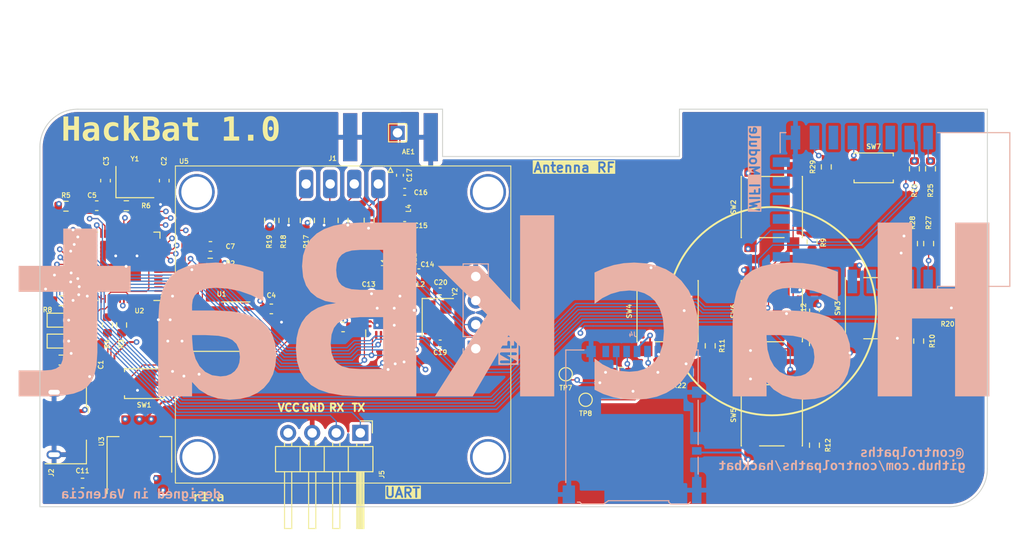
<source format=kicad_pcb>
(kicad_pcb (version 20221018) (generator pcbnew)
  (layers (0 "F.Cu" jumper) (1 "In1.Cu" signal) (2 "In2.Cu" signal) (31 "B.Cu" signal) (34 "B.Paste" user) (35 "F.Paste" user) (36 "B.SilkS" user "B.Silkscreen") (37 "F.SilkS" user "F.Silkscreen") (38 "B.Mask" user) (39 "F.Mask" user) (44 "Edge.Cuts" user))
  (net 0 "")
  (net 1 "GND")
  (net 2 "+5V")
  (net 3 "Net-(U2-XIN)")
  (net 4 "Net-(C3-Pad2)")
  (net 5 "+3V3")
  (net 6 "+1V1")
  (net 7 "Net-(D1-K)")
  (net 8 "Net-(J2-D-)")
  (net 9 "Net-(J2-D+)")
  (net 11 "FLASH_CS")
  (net 12 "Net-(R1-Pad2)")
  (net 13 "Net-(U2-USB_DP)")
  (net 14 "Net-(U2-USB_DM)")
  (net 15 "Net-(U2-RUN)")
  (net 16 "Net-(U2-XOUT)")
  (net 17 "FLASH_SD1")
  (net 18 "FLASH_SD2")
  (net 19 "FLASH_SD0")
  (net 20 "FLASH_SCLK")
  (net 21 "FLASH_SD3")
  (net 27 "sdcard_cs")
  (net 28 "Net-(J4-CMD)")
  (net 29 "sdcard_sclk")
  (net 30 "Net-(J4-DAT0)")
  (net 34 "uart_tx")
  (net 36 "uart_rx")
  (net 37 "Net-(D2-K)")
  (net 38 "button_up")
  (net 39 "led_0")
  (net 40 "led_1")
  (net 41 "Net-(AE1-A)")
  (net 42 "button_right")
  (net 43 "button_left")
  (net 44 "button_down")
  (net 45 "button_enter")
  (net 59 "Net-(U5-GND)")
  (net 60 "Net-(U5-VCC_IN)")
  (net 61 "Net-(D3-K)")
  (net 62 "Net-(D3-A)")
  (net 63 "Net-(U6-RF_N)")
  (net 64 "Net-(C14-Pad2)")
  (net 65 "Net-(C15-Pad1)")
  (net 66 "Net-(C16-Pad1)")
  (net 67 "Net-(U6-DCOUPL)")
  (net 68 "Net-(U6-XOSC_Q1)")
  (net 69 "Net-(U6-XOSC_Q2)")
  (net 70 "Net-(U6-RF_P)")
  (net 71 "Net-(C21-Pad2)")
  (net 72 "Net-(U6-RBIAS)")
  (net 75 "i2c_scl")
  (net 76 "i2c_sda")
  (net 77 "spi_rx")
  (net 78 "spi_rf_cs")
  (net 79 "spi_clk")
  (net 80 "spi_tx")
  (net 81 "rf_gd2")
  (net 82 "rf_gd0")
  (net 84 "sdcard_detection")
  (net 85 "sdcard_mosi")
  (net 86 "sdcard_miso")
  (net 87 "wifi_txd")
  (net 88 "Net-(U4-GPIO1{slash}TXD)")
  (net 89 "wifi_rxd")
  (net 90 "Net-(U4-GPIO3{slash}RXD)")
  (net 91 "Net-(U4-~{RST})")
  (net 92 "Net-(U4-EN)")
  (net 93 "Net-(U4-GPIO15)")
  (net 94 "Net-(U4-GPIO0)")
  (footprint "LED_SMD:LED_0603_1608Metric" (layer "F.Cu") (at 92.25 84.5)
    (fp_text reference "D1")
    (fp_text value "LED")
  )
  (footprint "Package_DFN_QFN:QFN-20-1EP_4x4mm_P0.5mm_EP2.6x2.6mm_ThermalVias" (layer "F.Cu") (at 126.5 81.925 90)
    (fp_text reference "U6")
    (fp_text value "CC1101")
  )
  (footprint "TestPoint:TestPoint_THTPad_1.5x1.5mm_Drill0.7mm" (layer "F.Cu") (at 127.75 62.5)
    (fp_text reference "AE1")
    (fp_text value "Antenna")
  )
  (footprint "Resistor_SMD:R_0603_1608Metric" (layer "F.Cu") (at 119.5 71.75 -90)
    (fp_text reference "R16")
    (fp_text value "0")
  )
  (footprint "Inductor_SMD:L_0402_1005Metric" (layer "F.Cu") (at 128 70.48 90)
    (fp_text reference "L4")
    (fp_text value "27n")
  )
  (footprint "Resistor_SMD:R_0603_1608Metric" (layer "F.Cu") (at 92.25 80.25 180)
    (fp_text reference "R8")
    (fp_text value "4k7")
  )
  (footprint "Capacitor_SMD:C_0402_1005Metric" (layer "F.Cu") (at 128 66.98 90)
    (fp_text reference "C17")
    (fp_text value "220p")
  )
  (footprint "LED_SMD:LED_0603_1608Metric" (layer "F.Cu") (at 188 81 180)
    (fp_text reference "D3")
    (fp_text value "LED")
  )
  (footprint "LED_SMD:LED_0603_1608Metric" (layer "F.Cu") (at 92.25 82.29)
    (fp_text reference "D2")
    (fp_text value "LED")
  )
  (footprint "Resistor_SMD:R_0603_1608Metric" (layer "F.Cu") (at 92.25 86.5 180)
    (fp_text reference "R7")
    (fp_text value "4k7")
  )
  (footprint "Resistor_SMD:R_0603_1608Metric" (layer "F.Cu") (at 182.75 84.5 -90)
    (fp_text reference "R10")
    (fp_text value "4k7")
  )
  (footprint "Connector_Coaxial:SMA_Amphenol_132289_EdgeMount" (layer "F.Cu") (at 127 62.9625 90)
    (fp_text reference "J1")
    (fp_text value "Conn_Coaxial")
  )
  (footprint "TestPoint:TestPoint_Pad_D1.0mm" (layer "F.Cu") (at 145.5 88 180)
    (fp_text reference "TP7")
    (fp_text value "TestPoint")
  )
  (footprint "Button_Switch_SMD:SW_Push_SPST_NO_Alps_SKRK" (layer "F.Cu") (at 101 89 180)
    (fp_text reference "SW1")
    (fp_text value "SW_Push")
  )
  (footprint "Capacitor_SMD:C_0603_1608Metric" (layer "F.Cu") (at 122 83)
    (fp_text reference "C8")
    (fp_text value "100n")
  )
  (footprint "Resistor_SMD:R_0603_1608Metric" (layer "F.Cu") (at 188 82.75)
    (fp_text reference "R20")
    (fp_text value "4k7")
  )
  (footprint "TestPoint:TestPoint_Pad_D1.0mm" (layer "F.Cu") (at 147.6 90.7 180)
    (fp_text reference "TP8")
    (fp_text value "TestPoint")
  )
  (footprint "Capacitor_SMD:C_0402_1005Metric" (layer "F.Cu") (at 126.485 78.5 180)
    (fp_text reference "C13")
    (fp_text value "3.9p")
  )
  (footprint "Resistor_SMD:R_0603_1608Metric" (layer "F.Cu") (at 182.1 74.2 90)
    (fp_text reference "R28")
    (fp_text value "4k7")
  )
  (footprint "Button_Switch_SMD:SW_Push_1P1T_NO_6x6mm_H9.5mm" (layer "F.Cu") (at 178.25 81.025 90)
    (fp_text reference "SW3")
    (fp_text value "SW_Push")
  )
  (footprint "Connector_PinHeader_2.54mm:PinHeader_1x04_P2.54mm_Horizontal" (layer "F.Cu") (at 123.82 94.2 -90)
    (fp_text reference "J5")
    (fp_text value "Conn_01x04_Pin")
  )
  (footprint "Resistor_SMD:R_0603_1608Metric" (layer "F.Cu") (at 97.125 82.8 90)
    (fp_text reference "R4")
    (fp_text value "27")
  )
  (footprint "Button_Switch_SMD:SW_Push_1P1T_NO_6x6mm_H9.5mm" (layer "F.Cu") (at 167.25 81.34 90)
    (fp_text reference "SW6")
    (fp_text value "SW_Push")
  )
  (footprint "Capacitor_SMD:C_0402_1005Metric" (layer "F.Cu") (at 128.5 76.23 90)
    (fp_text reference "C21")
    (fp_text value "3.9p")
  )
  (footprint "Resistor_SMD:R_0603_1608Metric" (layer "F.Cu") (at 122 71.75 -90)
    (fp_text reference "R14")
    (fp_text value "4k7")
  )
  (footprint "Package_SON:WSON-8-1EP_6x5mm_P1.27mm_EP3.4x4.3mm" (layer "F.Cu") (at 109.175 82.975)
    (fp_text reference "U1")
    (fp_text value "W25Q32JVZP")
  )
  (footprint "Capacitor_SMD:C_0402_1005Metric" (layer "F.Cu") (at 128.5 68.73)
    (fp_text reference "C16")
    (fp_text value "5.6p")
  )
  (footprint "Resistor_SMD:R_0603_1608Metric" (layer "F.Cu") (at 171.5 74 -90)
    (fp_text reference "R9")
    (fp_text value "4k7")
  )
  (footprint "Resistor_SMD:R_0603_1608Metric" (layer "F.Cu") (at 154.4 87.8 180)
    (fp_text reference "R24")
    (fp_text value "0")
  )
  (footprint "oled:oled_1.3" (layer "F.Cu") (at 114.3 76)
    (fp_text reference "U5")
    (fp_text value "DM-OLED096-636")
  )
  (footprint "Connector_USB:USB_Micro-B_Amphenol_10118193-0001LF_Horizontal" (layer "F.Cu") (at 91.5 93.2 -90)
    (fp_text reference "J2")
    (fp_text value "USB_B_Micro")
  )
  (footprint "Button_Switch_SMD:SW_Push_1P1T_NO_6x6mm_H9.5mm" (layer "F.Cu") (at 167.25 92.34 90)
    (fp_text reference "SW5")
    (fp_text value "SW_Push")
  )
  (footprint "Capacitor_SMD:C_0603_1608Metric" (layer "F.Cu") (at 95 87 -90)
    (fp_text reference "C1")
    (fp_text value "1u")
  )
  (footprint "Inductor_SMD:L_0402_1005Metric" (layer "F.Cu") (at 127.25 76.23 90)
    (fp_text reference "L1")
    (fp_text value "27nH")
  )
  (footprint "Resistor_SMD:R_0603_1608Metric" (layer "F.Cu") (at 99.125 70.2)
    (fp_text reference "R6")
    (fp_text value "1k")
  )
  (footprint "Button_Switch_SMD:SW_Push_1P1T_NO_6x6mm_H9.5mm" (layer "F.Cu") (at 167.25 70.34 90)
    (fp_text reference "SW2")
    (fp_text value "SW_Push")
  )
  (footprint "Capacitor_SMD:C_0603_1608Metric" (layer "F.Cu") (at 96 70.2)
    (fp_text reference "C5")
    (fp_text value "1u")
  )
  (footprint "Resistor_SMD:R_0603_1608Metric" (layer "F.Cu") (at 171.75 84.75 -90)
    (fp_text reference "R13")
    (fp_text value "4k7")
  )
  (footprint "Resistor_SMD:R_0603_1608Metric" (layer "F.Cu") (at 173 66.1 90)
    (fp_text reference "R29")
    (fp_text value "4k7")
  )
  (footprint "Resistor_SMD:R_0603_1608Metric" (layer "F.Cu") (at 183.8 74.2 90)
    (fp_text reference "R27")
    (fp_text value "4k7")
  )
  (footprint "Resistor_SMD:R_0603_1608Metric" (layer "F.Cu") (at 171.75 95.5 -90)
    (fp_text reference "R12")
    (fp_text value "4k7")
  )
  (footprint "Capacitor_SMD:C_0603_1608Metric" (layer "F.Cu") (at 114.425 81.1)
    (fp_text reference "C4")
    (fp_text value "100n")
  )
  (footprint "Package_DFN_QFN:QFN-56-1EP_7x7mm_P0.4mm_EP3.2x3.2mm" (layer "F.Cu") (at 99.0625 76.6 180)
    (fp_text reference "U2")
    (fp_text value "RP2040")
  )
  (footprint "Resistor_SMD:R_0402_1005Metric" (layer "F.Cu") (at 122.75 81.5 180)
    (fp_text reference "R21")
    (fp_text value "56k")
  )
  (footprint "Capacitor_SMD:C_0402_1005Metric" (layer "F.Cu") (at 132.25 84.75)
    (fp_text reference "C19")
    (fp_text value "27p")
  )
  (footprint "Crystal:Crystal_SMD_3225-4Pin_3.2x2.5mm" (layer "F.Cu") (at 100.025 67.7)
    (fp_text reference "Y1")
    (fp_text value "12MHz")
  )
  (footprint "Resistor_SMD:R_0603_1608Metric" (layer "F.Cu") (at 107.975 76.27)
    (fp_text reference "R2")
    (fp_text value "10k")
  )
  (footprint "Resistor_SMD:R_0603_1608Metric" (layer "F.Cu") (at 182.3 66.3 90)
    (fp_text reference "R26")
    (fp_text value "0")
  )
  (footprint "Resistor_SMD:R_0603_1608Metric" (layer "F.Cu") (at 92.75 70.25 180)
    (fp_text reference "R5")
    (fp_text value "10k")
  )
  (footprint "Inductor_SMD:L_0402_1005Metric" (layer "F.Cu") (at 128 73.98 90)
    (fp_text reference "L3")
    (fp_text value "22n")
  )
  (footprint "Resistor_SMD:R_0603_1608Metric" (layer "F.Cu") (at 118 71.75 -90)
    (fp_text reference "R17")
    (fp_text value "0")
  )
  (footprint "Resistor_SMD:R_0603_1608Metric" (layer "F.Cu") (at 151.3 87.8 180)
    (fp_text reference "R23")
    (fp_text value "0")
  )
  (footprint "Capacitor_SMD:C_0603_1608Metric" (layer "F.Cu") (at 104.5 80.25 90)
    (fp_text reference "C10")
    (fp_text value "100n")
  )
  (footprint "Capacitor_SMD:C_0402_1005Metric" (layer "F.Cu") (at 127.5 85.48 -90)
    (fp_text reference "C18")
    (fp_text value "C_Small")
  )
  (footprint "Capacitor_SMD:C_0402_1005Metric" (layer "F.Cu") (at 132.25 79.25)
    (fp_text reference "C20")
    (fp_text value "27p")
  )
  (footprint "Resistor_SMD:R_0603_1608Metric" (layer "F.Cu") (at 98.625 82.8 90)
    (fp_text reference "R3")
    (fp_text value "27")
  )
  (footprint "Inductor_SMD:L_0402_1005Metric" (layer "F.Cu") (at 128.735 78.5 180)
    (fp_text reference "L2")
    (fp_text value "27nH")
  )
  (footprint "Button_Switch_SMD:SW_Push_SPST_NO_Alps_SKRK" (layer "F.Cu") (at 178 66.2)
    (fp_text reference "SW7")
    (fp_text value "SW_Push")
  )
  (footprint "Button_Switch_SMD:SW_Push_1P1T_NO_6x6mm_H9.5mm" (layer "F.Cu") (at 156.25 81.34 90)
    (fp_text reference "SW4")
    (fp_text value "SW_Push")
  )
  (footprint "Capacitor_SMD:C_0603_1608Metric" (layer "F.Cu") (at 103.125 67.55 90)
    (fp_text reference "C2")
    (fp_text value "15p")
  )
  (footprint "Resistor_SMD:R_0603_1608Metric" (layer "F.Cu") (at 157.5 87.8)
    (fp_text reference "R22")
    (fp_text value "4k7")
  )
  (footprint "Resistor_SMD:R_0603_1608Metric" (layer "F.Cu") (at 107.975 77.97)
    (fp_text reference "R1")
    (fp_text value "1k")
  )
  (footprint "Capacitor_SMD:C_0603_1608Metric" (layer "F.Cu") (at 94.5 99.5)
    (fp_text reference "C11")
    (fp_text value "1u")
  )
  (footprint "Capacitor_SMD:C_0402_1005Metric" (layer "F.Cu") (at 128.5 72.23)
    (fp_text reference "C15")
    (fp_text value "8.2p")
  )
  (footprint "Crystal:Crystal_SMD_3225-4Pin_3.2x2.5mm" (layer "F.Cu") (at 132 82 -90)
    (fp_text reference "Y2")
    (fp_text value "27MHz")
  )
  (footprint "Resistor_SMD:R_0603_1608Metric" (layer "F.Cu") (at 160.75 85 -90)
    (fp_text reference "R11")
    (fp_text value "4k7")
  )
  (footprint "Capacitor_SMD:C_0603_1608Metric" (layer "F.Cu") (at 96.925 67.55 -90)
    (fp_text reference "C3")
    (fp_text value "15p")
  )
  (footprint "Capacitor_SMD:C_0603_1608Metric" (layer "F.Cu") (at 92.25 78.5)
    (fp_text reference "C9")
    (fp_text value "100n")
  )
  (footprint "Package_TO_SOT_SMD:SOT-223-3_TabPin2" (layer "F.Cu") (at 100.5 96.5 90)
    (fp_text reference "U3")
    (fp_text value "AMS1117-3.3")
  )
  (footprint "Resistor_SMD:R_0603_1608Metric" (layer "F.Cu") (at 184 66.3 90)
    (fp_text reference "R25")
    (fp_text value "0")
  )
  (footprint "Capacitor_SMD:C_0603_1608Metric" (layer "F.Cu") (at 171.75 81.25 90)
    (fp_text reference "C12")
    (fp_text value "100n")
  )
  (footprint "Capacitor_SMD:C_0603_1608Metric" (layer "F.Cu") (at 108 74.5 180)
    (fp_text reference "C7")
    (fp_text value "1u")
  )
  (footprint "Resistor_SMD:R_0603_1608Metric" (layer "F.Cu") (at 124.75 71.75 -90)
    (fp_text reference "R15")
    (fp_text value "4k7")
  )
  (footprint "Capacitor_SMD:C_0603_1608Metric" (layer "F.Cu") (at 95.5 82.805 90)
    (fp_text reference "C6")
    (fp_text value "100n")
  )
  (footprint "Capacitor_SMD:C_0402_1005Metric" (layer "F.Cu") (at 130 77.23 180)
    (fp_text reference "C14")
    (fp_text value "220p")
  )
  (footprint "Resistor_SMD:R_0603_1608Metric" (layer "F.Cu") (at 115.75 71.75 -90)
    (fp_text reference "R18")
    (fp_text value "0")
  )
  (footprint "Resistor_SMD:R_0603_1608Metric" (layer "F.Cu") (at 114.24 71.75 -90)
    (fp_text reference "R19")
    (fp_text value "0")
  )
  (footprint "Connector_Card:microSD_HC_Hirose_DM3AT-SF-PEJM5" (layer "B.Cu") (at 152.5 93.325 180)
    (fp_text reference "J4")
    (fp_text value "Micro_SD_Card_Det_Hirose_DM3AT")
  )
  (footprint "Connector_PinHeader_2.54mm:PinHeader_1x04_P2.54mm_Vertical" (layer "B.Cu") (at 136 85.3)
    (fp_text reference "J3")
    (fp_text value "Conn_01x04_Pin")
  )
  (footprint "RF_Module:ESP-12E" (layer "B.Cu") (at 180.25 70.6 90)
    (fp_text reference "U4")
    (fp_text value "ESP-12F")
  )
  (gr_circle (center 161 90.365) (end 161 90.365) (stroke (width 0.2)) (fill none) (layer "F.Cu"))
  (gr_circle (center 167.25 81.34) (end 178.25 81.34) (stroke (width 0.2)) (fill none) (layer "F.SilkS"))
  (gr_line (start 186 102) (end 90 102) (stroke (width 0.1)) (layer "Edge.Cuts"))
  (gr_line (start 132.5 60) (end 132.5 65) (stroke (width 0.1)) (layer "Edge.Cuts"))
  (gr_line (start 190 60) (end 190 98) (stroke (width 0.1)) (layer "Edge.Cuts"))
  (gr_line (start 157.5 60) (end 157.5 65) (stroke (width 0.1)) (layer "Edge.Cuts"))
  (gr_line (start 94 60) (end 132.5 60) (stroke (width 0.1)) (layer "Edge.Cuts"))
  (gr_line (start 90 102) (end 90 64) (stroke (width 0.1)) (layer "Edge.Cuts"))
  (gr_arc (start 190 98) (mid 188.828427 100.828427) (end 186 102) (stroke (width 0.1)) (layer "Edge.Cuts"))
  (gr_line (start 132.5 65) (end 157.5 65) (stroke (width 0.1)) (layer "Edge.Cuts"))
  (gr_arc (start 90 64) (mid 91.171573 61.171573) (end 94 60) (stroke (width 0.1)) (layer "Edge.Cuts"))
  (gr_line (start 157.5 60) (end 190 60) (stroke (width 0.1)) (layer "Edge.Cuts"))
  (gr_text "github.com/controlpaths/hackbat" (at 187.7 98.3) (layer "B.SilkS") (effects (font (size 1 1) (thickness 0.25) bold) (justify left bottom mirror)))
  (gr_text "HackBat" (at 191.9 93.4) (layer "B.SilkS") (effects (font (size 18 18) (thickness 0.3) bold) (justify left bottom mirror)))
  (gr_text "WIFI Module" (at 164.8 70.9 270) (layer "B.SilkS" knockout) (effects (font (size 1 1) (thickness 0.2) bold) (justify left bottom mirror)))
  (gr_text "NFC" (at 138.5 87.25 270) (layer "B.SilkS" knockout) (effects (font (size 1.5 1.5) (thickness 0.3) bold) (justify left bottom mirror)))
  (gr_text "designed in Valencia" (at 109.1 101.3) (layer "B.SilkS") (effects (font (size 1 1) (thickness 0.25) bold) (justify left bottom mirror)))
  (gr_text "@controlpaths" (at 187.5 96.9) (layer "B.SilkS") (effects (font (size 1 1) (thickness 0.25) bold) (justify left bottom mirror)))
  (gr_text "HackBat 1.0" (at 92.25 63.75) (layer "F.SilkS") (effects (font (size 2.5 2.5) (thickness 0.3) bold) (justify left bottom)))
  (gr_text "Antenna RF" (at 142 66.75) (layer "F.SilkS" knockout) (effects (font (size 1 1) (thickness 0.2) bold) (justify left bottom)))
  (gr_text "RX" (at 120.4 92) (layer "F.SilkS") (effects (font (size 0.8 0.8) (thickness 0.2) bold) (justify left bottom)))
  (gr_text "UART" (at 126.3 101.1) (layer "F.SilkS" knockout) (effects (font (size 1 1) (thickness 0.2) bold) (justify left bottom)))
  (gr_text "r1.a" (at 106.1 101.6) (layer "F.SilkS") (effects (font (size 1 1) (thickness 0.25) bold) (justify left bottom)))
  (gr_text "TX" (at 122.8 92) (layer "F.SilkS") (effects (font (size 0.8 0.8) (thickness 0.2) bold) (justify left bottom)))
  (gr_text "GND" (at 117.5 92) (layer "F.SilkS") (effects (font (size 0.8 0.8) (thickness 0.2) bold) (justify left bottom)))
  (gr_text "VCC" (at 115 92) (layer "F.SilkS") (effects (font (size 0.8 0.8) (thickness 0.2) bold) (justify left bottom)))
  (segment (start 101.125 68.55) (end 100.625 68.55) (width 0.127) (layer "F.Cu") (net 1))
  (segment (start 125.45 82.912234) (end 125.45 82.975) (width 0.127) (layer "F.Cu") (net 1))
  (segment (start 100.0625 72.4375) (end 100.0625 73.1625) (width 0.127) (layer "F.Cu") (net 1))
  (segment (start 127.6965 85.96) (end 128.4365 86.7) (width 0.127) (layer "F.Cu") (net 1))
  (segment (start 101.25 71.248478) (end 101.25 71.25) (width 0.127) (layer "F.Cu") (net 1))
  (segment (start 115.925 72.575) (end 116.25 72.25) (width 0.127) (layer "F.Cu") (net 1))
  (segment (start 127.5 85.96) (end 127.6965 85.96) (width 0.127) (layer "F.Cu") (net 1))
  (segment (start 100.625 68.55) (end 98.925 66.85) (width 0.127) (layer "F.Cu") (net 1))
  (segment (start 119.675 72.575) (end 120 72.25) (width 0.127) (layer "F.Cu") (net 1))
  (segment (start 124.575 82.425) (end 124.962766 82.425) (width 0.127) (layer "F.Cu") (net 1))
  (segment (start 91.1 78.5) (end 90.6 79) (width 0.127) (layer "F.Cu") (net 1))
  (segment (start 124.962766 82.425) (end 125.45 82.912234) (width 0.127) (layer "F.Cu") (net 1))
  (segment (start 91.475 78.5) (end 91.1 78.5) (width 0.127) (layer "F.Cu") (net 1))
  (segment (start 130.5 62.921573) (end 130.5 62.75) (width 0.127) (layer "F.Cu") (net 1))
  (segment (start 102.728219 70.064612) (end 102.433866 70.064612) (width 0.127) (layer "F.Cu") (net 1))
  (segment (start 101.25 71.25) (end 100.0625 72.4375) (width 0.127) (layer "F.Cu") (net 1))
  (segment (start 119.5 72.575) (end 119.675 72.575) (width 0.127) (layer "F.Cu") (net 1))
  (segment (start 115.75 72.575) (end 115.925 72.575) (width 0.127) (layer "F.Cu") (net 1))
  (segment (start 102.433866 70.064612) (end 101.25 71.248478) (width 0.127) (layer "F.Cu") (net 1))
  (via (at 90.6 79) (size 0.6) (drill 0.3) (layers "F.Cu" "B.Cu") (net 1))
  (via (at 120 72.25) (size 0.6) (drill 0.3) (layers "F.Cu" "B.Cu") (net 1))
  (via (at 116.25 72.25) (size 0.6) (drill 0.3) (layers "F.Cu" "B.Cu") (net 1))
  (via (at 128.4365 86.7) (size 0.6) (drill 0.3) (layers "F.Cu" "B.Cu") (net 1))
  (via (at 155.3 85.9) (size 0.6) (drill 0.3) (layers "F.Cu" "B.Cu") (net 1))
  (via (at 100.3 89.7) (size 0.6) (drill 0.3) (layers "F.Cu" "B.Cu") (net 1))
  (via (at 99.1 76.6) (size 0.6) (drill 0.3) (layers "F.Cu" "B.Cu") (net 1))
  (via (at 100.25 75.5) (size 0.6) (drill 0.3) (layers "F.Cu" "B.Cu") (net 1))
  (via (at 93.3 85.8) (size 0.6) (drill 0.3) (layers "F.Cu" "B.Cu") (net 1))
  (via (at 102.5 82.25) (size 0.6) (drill 0.3) (layers "F.Cu" "B.Cu") (net 1))
  (via (at 103.5 84.5) (size 0.6) (drill 0.3) (layers "F.Cu" "B.Cu") (net 1))
  (via (at 102.728219 70.064612) (size 0.6) (drill 0.3) (layers "F.Cu" "B.Cu") (net 1))
  (via (at 105 84.5) (size 0.6) (drill 0.3) (layers "F.Cu" "B.Cu") (net 1))
  (via (at 103.75 82.25) (size 0.6) (drill 0.3) (layers "F.Cu" "B.Cu") (net 1))
  (via (at 104 87.7) (size 0.6) (drill 0.3) (layers "F.Cu" "B.Cu") (net 1))
  (via (at 93.5 80.2) (size 0.6) (drill 0.3) (layers "F.Cu" "B.Cu") (net 1))
  (via (at 98 75.5) (size 0.6) (drill 0.3) (layers "F.Cu" "B.Cu") (net 1))
  (via (at 106.8 88) (size 0.6) (drill 0.3) (layers "F.Cu" "B.Cu") (net 1))
  (via (at 115.5 82.5) (size 0.6) (drill 0.3) (layers "F.Cu" "B.Cu") (net 1))
  (via (at 102.25 99) (size 0.6) (drill 0.3) (layers "F.Cu" "B.Cu") (net 2))
  (via (at 94.75 91.75) (size 0.6) (drill 0.3) (layers "F.Cu" "B.Cu") (net 2))
  (via (at 103 100.25) (size 0.6) (drill 0.3) (layers "F.Cu" "B.Cu") (net 2))
  (via (at 95.25 88.25) (size 0.6) (drill 0.3) (layers "F.Cu" "B.Cu") (net 2))
  (segment (start 103.125 66.775) (end 102.225 67.675) (width 0.127) (layer "F.Cu") (net 3))
  (segment (start 102.225 69.277) (end 102.225 68.75) (width 0.127) (layer "F.Cu") (net 3))
  (segment (start 102.225 67.675) (end 102.225 67.95) (width 0.127) (layer "F.Cu") (net 3))
  (segment (start 102.225 68.75) (end 102.225 67.95) (width 0.127) (layer "F.Cu") (net 3))
  (segment (start 102.225 67.95) (end 101.125 66.85) (width 0.127) (layer "F.Cu") (net 3))
  (segment (start 102.225 69.81103) (end 102.225 68.75) (width 0.127) (layer "F.Cu") (net 3))
  (segment (start 99.6625 72.37353) (end 102.225 69.81103) (width 0.127) (layer "F.Cu") (net 3))
  (segment (start 99.6625 73.1625) (end 99.6625 72.37353) (width 0.127) (layer "F.Cu") (net 3))
  (segment (start 98.7 68.325) (end 98.925 68.55) (width 0.127) (layer "F.Cu") (net 4))
  (segment (start 98.3 70.2) (end 98.3 69.175) (width 0.127) (layer "F.Cu") (net 4))
  (segment (start 96.925 68.325) (end 98.7 68.325) (width 0.127) (layer "F.Cu") (net 4))
  (segment (start 98.3 69.175) (end 98.925 68.55) (width 0.127) (layer "F.Cu") (net 4))
  (segment (start 98.8625 71.59059) (end 98.976545 71.476545) (width 0.127) (layer "F.Cu") (net 5))
  (segment (start 96.4625 80.0375) (end 95.625 79.2) (width 0.127) (layer "F.Cu") (net 5))
  (segment (start 97.8635 86.0365) (end 99.3 84.6) (width 0.2) (layer "F.Cu") (net 5))
  (segment (start 98.8625 80.0375) (end 98.8625 80.6375) (width 0.127) (layer "F.Cu") (net 5))
  (segment (start 100.5 93.35) (end 97.8635 90.7135) (width 0.2) (layer "F.Cu") (net 5))
  (segment (start 154.4 84.915) (end 154 85.315) (width 0.2) (layer "F.Cu") (net 5))
  (segment (start 103.8 76) (end 103.4 75.6) (width 0.127) (layer "F.Cu") (net 5))
  (segment (start 128.425 81.425) (end 129.325 81.425) (width 0.127) (layer "F.Cu") (net 5))
  (segment (start 98.8625 80.6375) (end 98.75 80.75) (width 0.127) (layer "F.Cu") (net 5))
  (segment (start 113.65 80.65) (end 113.25 80.25) (width 0.2) (layer "F.Cu") (net 5))
  (segment (start 107.225 74.5) (end 106.75 74.5) (width 0.127) (layer "F.Cu") (net 5))
  (segment (start 99.3 84.6) (end 100.2 84.6) (width 0.2) (layer "F.Cu") (net 5))
  (segment (start 127.5 86.9) (end 126.9265 86.3265) (width 0.127) (layer "F.Cu") (net 5))
  (segment (start 122.775 82.861817) (end 122.233183 82.32) (width 0.127) (layer "F.Cu") (net 5))
  (segment (start 181.225 73.375) (end 181.2 73.4) (width 0.2) (layer "F.Cu") (net 5))
  (segment (start 92.9 75.6) (end 95.625 75.6) (width 0.127) (layer "F.Cu") (net 5))
  (segment (start 100.5 99.65) (end 100.5 98.75) (width 0.2) (layer "F.Cu") (net 5))
  (segment (start 125.5 80) (end 126 80) (width 0.127) (layer "F.Cu") (net 5))
  (segment (start 96.775 98) (end 95.275 99.5) (width 0.2) (layer "F.Cu") (net 5))
  (segment (start 102.95 90.9) (end 103.7 90.9) (width 0.2) (layer "F.Cu") (net 5))
  (segment (start 126.9265 86.3265) (end 126.9265 83.9235) (width 0.127) (layer "F.Cu") (net 5))
  (segment (start 98.4625 80.0375) (end 98.8625 80.0375) (width 0.127) (layer "F.Cu") (net 5))
  (segment (start 114.24 72.26) (end 114.25 72.25) (width 0.127) (layer "F.Cu") (net 5))
  (segment (start 104.275 79.475) (end 104 79.75) (width 0.127) (layer "F.Cu") (net 5))
  (segment (start 109.48 76.27) (end 109.5 76.25) (width 0.127) (layer "F.Cu") (net 5))
  (segment (start 113.65 81.1) (end 113.65 80.65) (width 0.2) (layer "F.Cu") (net 5))
  (segment (start 126.9265 83.9235) (end 127 83.85) (width 0.127) (layer "F.Cu") (net 5))
  (segment (start 127.5 80) (end 127.75 80) (width 0.127) (layer "F.Cu") (net 5))
  (segment (start 182.1 73.375) (end 181.225 73.375) (width 0.2) (layer "F.Cu") (net 5))
  (segment (start 114.24 72.575) (end 114.24 72.26) (width 0.127) (layer "F.Cu") (net 5))
  (segment (start 123.85 81.925) (end 122.775 83) (width 0.127) (layer "F.Cu") (net 5))
  (segment (start 102.5 79.2) (end 104.225 79.2) (width 0.127) (layer "F.Cu") (net 5))
  (segment (start 97.8635 90.7135) (end 97.8635 86.0365) (width 0.2) (layer "F.Cu") (net 5))
  (segment (start 99.75 98) (end 96.775 98) (width 0.2) (layer "F.Cu") (net 5))
  (segment (start 100.5 99.65) (end 100.5 93.35) (width 0.2) (layer "F.Cu") (net 5))
  (segment (start 98.8625 73.1625) (end 98.8625 71.59059) (width 0.127) (layer "F.Cu") (net 5))
  (segment (start 118 72.575) (end 118 72.25) (width 0.127) (layer "F.Cu") (net 5))
  (segment (start 100.5 93.35) (end 102.95 90.9) (width 0.2) (layer "F.Cu") (net 5))
  (segment (start 105.2 89.4) (end 105.2 88.2) (width 0.2) (layer "F.Cu") (net 5))
  (segment (start 154.4 83.9) (end 154.4 84.915) (width 0.2) (layer "F.Cu") (net 5))
  (segment (start 96.8625 80.0375) (end 96.4625 80.0375) (width 0.127) (layer "F.Cu") (net 5))
  (segment (start 103.7 90.9) (end 105.2 89.4) (width 0.2) (layer "F.Cu") (net 5))
  (segment (start 95.625 79.2) (end 95.55 79.2) (width 0.127) (layer "F.Cu") (net 5))
  (segment (start 92.1 74.8) (end 92.9 75.6) (width 0.127) (layer "F.Cu") (net 5))
  (segment (start 124.6865 72.575) (end 124.75 72.575) (width 0.127) (layer "F.Cu") (net 5))
  (segment (start 118 72.25) (end 118.25 72) (width 0.127) (layer "F.Cu") (net 5))
  (segment (start 100.5 98.75) (end 99.75 98) (width 0.2) (layer "F.Cu") (net 5))
  (segment (start 103.4 75.6) (end 102.5 75.6) (width 0.127) (layer "F.Cu") (net 5))
  (segment (start 129.325 81.425) (end 129.5 81.25) (width 0.127) (layer "F.Cu") (net 5))
  (segment (start 125.5 80) (end 125 79.5) (width 0.127) (layer "F.Cu") (net 5))
  (segment (start 111.905 81.1) (end 111.875 81.07) (width 0.2) (layer "F.Cu") (net 5))
  (segment (start 108.8 76.27) (end 108.8 76.075) (width 0.127) (layer "F.Cu") (net 5))
  (segment (start 127.75 80) (end 128 79.75) (width 0.127) (layer "F.Cu") (net 5))
  (segment (start 122.175 72.575) (end 122.5 72.25) (width 0.127) (layer "F.Cu") (net 5))
  (segment (start 113.65 81.1) (end 111.905 81.1) (width 0.2) (layer "F.Cu") (net 5))
  (segment (start 108.8 76.075) (end 107.225 74.5) (width 0.127) (layer "F.Cu") (net 5))
  (segment (start 108.8 76.27) (end 109.48 76.27) (width 0.127) (layer "F.Cu") (net 5))
  (segment (start 104.225 79.2) (end 104.5 79.475) (width 0.127) (layer "F.Cu") (net 5))
  (segment (start 122 72.575) (end 122.175 72.575) (width 0.127) (layer "F.Cu") (net 5))
  (segment (start 124.575 81.925) (end 123.85 81.925) (width 0.127) (layer "F.Cu") (net 5))
  (segment (start 122.775 83) (end 122.775 82.861817) (width 0.127) (layer "F.Cu") (net 5))
  (segment (start 95.55 79.2) (end 95 79.75) (width 0.127) (layer "F.Cu") (net 5))
  (segment (start 182.1 73.375) (end 183.8 73.375) (width 0.2) (layer "F.Cu") (net 5))
  (segment (start 104.5 79.475) (end 104.275 79.475) (width 0.127) (layer "F.Cu") (net 5))
  (via (at 93.25 78.25) (size 0.6) (drill 0.3) (layers "F.Cu" "B.Cu") (net 5))
  (via (at 118.25 72) (size 0.6) (drill 0.3) (layers "F.Cu" "B.Cu") (net 5))
  (via (at 101.75 92.75) (size 0.6) (drill 0.3) (layers "F.Cu" "B.Cu") (net 5))
  (via (at 125 79.5) (size 0.6) (drill 0.3) (layers "F.Cu" "B.Cu") (net 5))
  (via (at 154.5 76.75) (size 0.6) (drill 0.3) (layers "F.Cu" "B.Cu") (net 5))
  (via (at 95 79.75) (size 0.6) (drill 0.3) (layers "F.Cu" "B.Cu") (net 5))
  (via (at 105.2 88.2) (size 0.6) (drill 0.3) (layers "F.Cu" "B.Cu") (net 5))
  (via (at 164.75 97) (size 0.6) (drill 0.3) (layers "F.Cu" "B.Cu") (net 5))
  (via (at 127.5 86.9) (size 0.6) (drill 0.3) (layers "F.Cu" "B.Cu") (net 5))
  (via (at 165 88.5) (size 0.6) (drill 0.3) (layers "F.Cu" "B.Cu") (net 5))
  (via (at 129.5 81.25) (size 0.6) (drill 0.3) (layers "F.Cu" "B.Cu") (net 5))
  (via (at 99 92.75) (size 0.6) (drill 0.3) (layers "F.Cu" "B.Cu") (net 5))
  (via (at 176.5 76.5) (size 0.6) (drill 0.3) (layers "F.Cu" "B.Cu") (net 5))
  (via (at 175.5 85.75) (size 0.6) (drill 0.3) (layers "F.Cu" "B.Cu") (net 5))
  (via (at 109.5 76.25) (size 0.6) (drill 0.3) (layers "F.Cu" "B.Cu") (net 5))
  (via (at 124.6865 72.575) (size 0.6) (drill 0.3) (layers "F.Cu" "B.Cu") (net 5))
  (via (at 98.75 80.75) (size 0.6) (drill 0.3) (layers "F.Cu" "B.Cu") (net 5))
  (via (at 128 79.75) (size 0.6) (drill 0.3) (layers "F.Cu" "B.Cu") (net 5))
  (via (at 92 70) (size 0.6) (drill 0.3) (layers "F.Cu" "B.Cu") (net 5))
  (via (at 170.2 79.1) (size 0.6) (drill 0.3) (layers "F.Cu" "B.Cu") (net 5))
  (via (at 113.25 80.25) (size 0.6) (drill 0.3) (layers "F.Cu" "B.Cu") (net 5))
  (via (at 164.75 66.75) (size 0.6) (drill 0.3) (layers "F.Cu" "B.Cu") (net 5))
  (via (at 154.4 83.9) (size 0.6) (drill 0.3) (layers "F.Cu" "B.Cu") (net 5))
  (via (at 114.25 72.25) (size 0.6) (drill 0.3) (layers "F.Cu" "B.Cu") (net 5))
  (via (at 165 85.5) (size 0.6) (drill 0.3) (layers "F.Cu" "B.Cu") (net 5))
  (via (at 100.2 84.6) (size 0.6) (drill 0.3) (layers "F.Cu" "B.Cu") (net 5))
  (via (at 98.976545 71.476545) (size 0.6) (drill 0.3) (layers "F.Cu" "B.Cu") (net 5))
  (via (at 100.5 92.75) (size 0.6) (drill 0.3) (layers "F.Cu" "B.Cu") (net 5))
  (via (at 164.3 77) (size 0.6) (drill 0.3) (layers "F.Cu" "B.Cu") (net 5))
  (via (at 92.1 74.8) (size 0.6) (drill 0.3) (layers "F.Cu" "B.Cu") (net 5))
  (via (at 164.75 74.75) (size 0.6) (drill 0.3) (layers "F.Cu" "B.Cu") (net 5))
  (via (at 172.2 80.7) (size 0.6) (drill 0.3) (layers "F.Cu" "B.Cu") (net 5))
  (via (at 122.233183 82.32) (size 0.6) (drill 0.3) (layers "F.Cu" "B.Cu") (net 5))
  (via (at 104 79.75) (size 0.6) (drill 0.3) (layers "F.Cu" "B.Cu") (net 5))
  (via (at 103.8 76) (size 0.6) (drill 0.3) (layers "F.Cu" "B.Cu") (net 5))
  (via (at 181.2 73.4) (size 0.6) (drill 0.3) (layers "F.Cu" "B.Cu") (net 5))
  (via (at 122.5 72.25) (size 0.6) (drill 0.3) (layers "F.Cu" "B.Cu") (net 5))
  (segment (start 153.025 85.275) (end 154.4 83.9) (width 0.2) (layer "B.Cu") (net 5))
  (segment (start 164.025 96.275) (end 164.75 97) (width 0.2) (layer "B.Cu") (net 5))
  (segment (start 153.025 85.775) (end 153.025 85.275) (width 0.2) (layer "B.Cu") (net 5))
  (segment (start 159.325 96.275) (end 164.025 96.275) (width 0.2) (layer "B.Cu") (net 5))
  (segment (start 99.173 79.25) (end 101.25 79.25) (width 0.127) (layer "F.Cu") (net 6))
  (segment (start 99.2625 80.0375) (end 99.2625 79.5125) (width 0.127) (layer "F.Cu") (net 6))
  (segment (start 98.817758 74) (end 98.4625 73.644742) (width 0.127) (layer "F.Cu") (net 6))
  (segment (start 97.481258 79.3365) (end 97.2625 79.555258) (width 0.127) (layer "F.Cu") (net 6))
  (segment (start 96.4 81.1) (end 95.5 82) (width 0.127) (layer "F.Cu") (net 6))
  (segment (start 97.2625 80.7375) (end 96.9 81.1) (width 0.127) (layer "F.Cu") (net 6))
  (segment (start 101.5 74.25) (end 101.25 74) (width 0.127) (layer "F.Cu") (net 6))
  (segment (start 101.25 74) (end 98.817758 74) (width 0.127) (layer "F.Cu") (net 6))
  (segment (start 101.25 79.25) (end 101.5 79) (width 0.127) (layer "F.Cu") (net 6))
  (segment (start 97.2625 80.0375) (end 97.2625 80.7375) (width 0.127) (layer "F.Cu") (net 6))
  (segment (start 98.4625 73.1625) (end 98.4625 72.4625) (width 0.127) (layer "F.Cu") (net 6))
  (segment (start 99.0865 79.3365) (end 97.481258 79.3365) (width 0.127) (layer "F.Cu") (net 6))
  (segment (start 98.5 71.925) (end 96.775 70.2) (width 0.127) (layer "F.Cu") (net 6))
  (segment (start 99.2625 79.5125) (end 99.0865 79.3365) (width 0.127) (layer "F.Cu") (net 6))
  (segment (start 98.5 72.425) (end 98.5 71.925) (width 0.127) (layer "F.Cu") (net 6))
  (segment (start 95.5 82) (end 95.5 82.03) (width 0.127) (layer "F.Cu") (net 6))
  (segment (start 96.9 81.1) (end 96.4 81.1) (width 0.127) (layer "F.Cu") (net 6))
  (segment (start 97.2625 79.555258) (end 97.2625 80.0375) (width 0.127) (layer "F.Cu") (net 6))
  (segment (start 98.4625 72.4625) (end 98.5 72.425) (width 0.127) (layer "F.Cu") (net 6))
  (segment (start 99.0865 79.3365) (end 99.173 79.25) (width 0.127) (layer "F.Cu") (net 6))
  (segment (start 98.4625 73.644742) (end 98.4625 73.1625) (width 0.127) (layer "F.Cu") (net 6))
  (segment (start 101.5 79) (end 101.5 74.25) (width 0.127) (layer "F.Cu") (net 6))
  (segment (start 91.425 86.5) (end 91.4625 86.4625) (width 0.127) (layer "F.Cu") (net 7))
  (segment (start 91.4625 86.4625) (end 91.4625 84.5) (width 0.127) (layer "F.Cu") (net 7))
  (segment (start 94.175 92.55) (end 95.987552 92.55) (width 0.127) (layer "F.Cu") (net 8))
  (segment (start 95.987552 92.55) (end 97.173 91.364552) (width 0.127) (layer "F.Cu") (net 8))
  (segment (start 97.173 91.364552) (end 97.173 83.673) (width 0.127) (layer "F.Cu") (net 8))
  (segment (start 97.173 83.673) (end 97.125 83.625) (width 0.127) (layer "F.Cu") (net 8))
  (segment (start 94.175 93.2) (end 95.8 93.2) (width 0.127) (layer "F.Cu") (net 9))
  (segment (start 95.8 93.2) (end 97.5 91.5) (width 0.127) (layer "F.Cu") (net 9))
  (segment (start 97.5 85.25) (end 98.625 84.125) (width 0.127) (layer "F.Cu") (net 9))
  (segment (start 98.625 84.125) (end 98.625 83.625) (width 0.127) (layer "F.Cu") (net 9))
  (segment (start 97.5 91.5) (end 97.5 85.25) (width 0.127) (layer "F.Cu") (net 9))
  (segment (start 107.15 80.395) (end 107.15 77.97) (width 0.127) (layer "F.Cu") (net 11))
  (segment (start 101.7 82.612552) (end 101.7 80.075) (width 0.127) (layer "F.Cu") (net 11))
  (segment (start 104.769 82.956) (end 102.043448 82.956) (width 0.127) (layer "F.Cu") (net 11))
  (segment (start 106.475 81.07) (end 107.15 80.395) (width 0.127) (layer "F.Cu") (net 11))
  (segment (start 101.7 80.075) (end 101.6625 80.0375) (width 0.127) (layer "F.Cu") (net 11))
  (segment (start 101.6625 80.0375) (end 101.625 80.075) (width 0.127) (layer "F.Cu") (net 11))
  (segment (start 107.15 76.27) (end 107.15 77.97) (width 0.127) (layer "F.Cu") (net 11))
  (segment (start 106.475 81.25) (end 104.769 82.956) (width 0.127) (layer "F.Cu") (net 11))
  (segment (start 102.043448 82.956) (end 101.7 82.612552) (width 0.127) (layer "F.Cu") (net 11))
  (segment (start 106.475 81.07) (end 106.475 81.25) (width 0.127) (layer "F.Cu") (net 11))
  (segment (start 113.97 77.97) (end 108.8 77.97) (width 0.127) (layer "F.Cu") (net 12))
  (segment (start 116.25 80.25) (end 113.97 77.97) (width 0.127) (layer "F.Cu") (net 12))
  (segment (start 100.873 87.027) (end 113.560448 87.027) (width 0.127) (layer "F.Cu") (net 12))
  (segment (start 98.9 89) (end 100.873 87.027) (width 0.127) (layer "F.Cu") (net 12))
  (segment (start 116.25 84.337448) (end 116.25 80.25) (width 0.127) (layer "F.Cu") (net 12))
  (segment (start 113.560448 87.027) (end 116.25 84.337448) (width 0.127) (layer "F.Cu") (net 12))
  (segment (start 98.0625 80.0375) (end 98.0625 81.4125) (width 0.127) (layer "F.Cu") (net 13))
  (segment (start 98.0625 81.4125) (end 98.625 81.975) (width 0.127) (layer "F.Cu") (net 13))
  (segment (start 97.6625 80.0375) (end 97.6625 81.4375) (width 0.127) (layer "F.Cu") (net 14))
  (segment (start 97.6625 81.4375) (end 97.125 81.975) (width 0.127) (layer "F.Cu") (net 14))
  (segment (start 97.2625 71.7625) (end 96.5 71) (width 0.127) (layer "F.Cu") (net 15))
  (segment (start 96.5 71) (end 94.325 71) (width 0.127) (layer "F.Cu") (net 15))
  (segment (start 97.2625 73.1625) (end 97.2625 71.7625) (width 0.127) (layer "F.Cu") (net 15))
  (segment (start 94.325 71) (end 93.575 70.25) (width 0.127) (layer "F.Cu") (net 15))
  (segment (start 99.95 71.3) (end 99.95 70.2) (width 0.127) (layer "F.Cu") (net 16))
  (segment (start 100.025 70.275) (end 100.025 70.475) (width 0.127) (layer "F.Cu") (net 16))
  (segment (start 99.2625 71.9875) (end 99.2625 73.1625) (width 0.127) (layer "F.Cu") (net 16))
  (segment (start 99.95 70.2) (end 100.025 70.275) (width 0.127) (layer "F.Cu") (net 16))
  (segment (start 99.2625 71.9875) (end 99.95 71.3) (width 0.127) (layer "F.Cu") (net 16))
  (segment (start 101.908 83.283) (end 105.042 83.283) (width 0.127) (layer "F.Cu") (net 17))
  (segment (start 105.042 83.283) (end 105.985 82.34) (width 0.127) (layer "F.Cu") (net 17))
  (segment (start 101.2625 82.6375) (end 101.908 83.283) (width 0.127) (layer "F.Cu") (net 17))
  (segment (start 101.2625 80.0375) (end 101.2625 82.6375) (width 0.127) (layer "F.Cu") (net 17))
  (segment (start 105.985 82.34) (end 106.475 82.34) (width 0.127) (layer "F.Cu") (net 17))
  (segment (start 101.722344 83.61) (end 106.475 83.61) (width 0.127) (layer "F.Cu") (net 18))
  (segment (start 100.8625 80.0375) (end 100.8625 82.750156) (width 0.127) (layer "F.Cu") (net 18))
  (segment (start 100.8625 82.750156) (end 101.722344 83.61) (width 0.127) (layer "F.Cu") (net 18))
  (segment (start 100.4625 80.0375) (end 100.4625 82.812604) (width 0.127) (layer "F.Cu") (net 19))
  (segment (start 113.051 84.88) (end 111.875 84.88) (width 0.127) (layer "F.Cu") (net 19))
  (segment (start 113.125 86.046) (end 113.371 85.8) (width 0.127) (layer "F.Cu") (net 19))
  (segment (start 103.695896 86.046) (end 113.125 86.046) (width 0.127) (layer "F.Cu") (net 19))
  (segment (start 100.4625 82.812604) (end 103.695896 86.046) (width 0.127) (layer "F.Cu") (net 19))
  (segment (start 113.371 85.2) (end 113.051 84.88) (width 0.127) (layer "F.Cu") (net 19))
  (segment (start 113.371 85.8) (end 113.371 85.2) (width 0.127) (layer "F.Cu") (net 19))
  (segment (start 113.698 84.073) (end 113.698 85.964552) (width 0.127) (layer "F.Cu") (net 20))
  (segment (start 113.235 83.61) (end 113.698 84.073) (width 0.127) (layer "F.Cu") (net 20))
  (segment (start 103.560448 86.373) (end 100.0625 82.875052) (width 0.127) (layer "F.Cu") (net 20))
  (segment (start 113.289552 86.373) (end 103.560448 86.373) (width 0.127) (layer "F.Cu") (net 20))
  (segment (start 113.698 85.964552) (end 113.289552 86.373) (width 0.127) (layer "F.Cu") (net 20))
  (segment (start 100.0625 82.875052) (end 100.0625 80.0375) (width 0.127) (layer "F.Cu") (net 20))
  (segment (start 111.875 83.61) (end 113.235 83.61) (width 0.127) (layer "F.Cu") (net 20))
  (segment (start 99.6625 80.0375) (end 99.6625 82.9375) (width 0.127) (layer "F.Cu") (net 21))
  (segment (start 114.025 86.1) (end 114.025 83.1) (width 0.127) (layer "F.Cu") (net 21))
  (segment (start 114.025 83.1) (end 113.265 82.34) (width 0.127) (layer "F.Cu") (net 21))
  (segment (start 113.425 86.7) (end 114.025 86.1) (width 0.127) (layer "F.Cu") (net 21))
  (segment (start 103.425 86.7) (end 113.425 86.7) (width 0.127) (layer "F.Cu") (net 21))
  (segment (start 99.6625 82.9375) (end 103.425 86.7) (width 0.127) (layer "F.Cu") (net 21))
  (segment (start 113.265 82.34) (end 111.875 82.34) (width 0.127) (layer "F.Cu") (net 21))
  (segment (start 104.034955 74.8) (end 102.5 74.8) (width 0.127) (layer "F.Cu") (net 27))
  (segment (start 146.7 88.6) (end 146.1 88.6) (width 0.127) (layer "F.Cu") (net 27))
  (segment (start 104.4365 74.398455) (end 104.034955 74.8) (width 0.127) (layer "F.Cu") (net 27))
  (segment (start 146.1 88.6) (end 145.5 88) (width 0.127) (layer "F.Cu") (net 27))
  (via (at 104.4365 74.398455) (size 0.6) (drill 0.3) (layers "F.Cu" "B.Cu") (net 27))
  (via (at 146.7 88.6) (size 0.6) (drill 0.3) (layers "F.Cu" "B.Cu") (net 27))
  (via (at 149.1 88.9) (size 0.6) (drill 0.3) (layers "F.Cu" "B.Cu") (net 27))
  (segment (start 149.4 88.9) (end 149.1 88.9) (width 0.127) (layer "B.Cu") (net 27))
  (segment (start 147 88.9) (end 146.7 88.6) (width 0.127) (layer "B.Cu") (net 27))
  (segment (start 150.9 85.85) (end 150.9 88.3) (width 0.127) (layer "B.Cu") (net 27))
  (segment (start 150.9 88.3) (end 150.3 88.9) (width 0.127) (layer "B.Cu") (net 27))
  (segment (start 150.825 85.775) (end 150.9 85.85) (width 0.127) (layer "B.Cu") (net 27))
  (segment (start 150.3 88.9) (end 149.4 88.9) (width 0.127) (layer "B.Cu") (net 27))
  (segment (start 149.1 88.9) (end 147 88.9) (width 0.127) (layer "B.Cu") (net 27))
  (segment (start 152.125 87.8) (end 152.125 87.025) (width 0.127) (layer "F.Cu") (net 28))
  (segment (start 152.125 87.025) (end 152 86.9) (width 0.127) (layer "F.Cu") (net 28))
  (via (at 152 86.9) (size 0.6) (drill 0.3) (layers "F.Cu" "B.Cu") (net 28))
  (segment (start 152 86.9) (end 152 85.85) (width 0.127) (layer "B.Cu") (net 28))
  (segment (start 152 85.85) (end 151.925 85.775) (width 0.127) (layer "B.Cu") (net 28))
  (segment (start 154.2385 89.2615) (end 154.2385 86.8385) (width 0.127) (layer "F.Cu") (net 29))
  (segment (start 154.2385 86.8385) (end 154.2 86.8) (width 0.127) (layer "F.Cu") (net 29))
  (segment (start 147.6 90.7) (end 152.8 90.7) (width 0.127) (layer "F.Cu") (net 29))
  (segment (start 103.19691 74.4) (end 103.948455 73.648455) (width 0.127) (layer "F.Cu") (net 29))
  (segment (start 152.8 90.7) (end 154.2385 89.2615) (width 0.127) (layer "F.Cu") (net 29))
  (segment (start 102.5 74.4) (end 103.19691 74.4) (width 0.127) (layer "F.Cu") (net 29))
  (via (at 154.2 86.8) (size 0.6) (drill 0.3) (layers "F.Cu" "B.Cu") (net 29))
  (via (at 103.948455 73.648455) (size 0.6) (drill 0.3) (layers "F.Cu" "B.Cu") (net 29))
  (segment (start 154.2 86.8) (end 154.2 85.85) (width 0.127) (layer "B.Cu") (net 29))
  (segment (start 154.2 85.85) (end 154.125 85.775) (width 0.127) (layer "B.Cu") (net 29))
  (via (at 155.225 87.8) (size 0.6) (drill 0.3) (layers "F.Cu" "B.Cu") (net 30))
  (segment (start 156.325 85.775) (end 156.325 86.152) (width 0.127) (layer "B.Cu") (net 30))
  (segment (start 156.325 86.152) (end 155.225 87.252) (width 0.127) (layer "B.Cu") (net 30))
  (segment (start 155.225 87.252) (end 155.225 87.8) (width 0.127) (layer "B.Cu") (net 30))
  (segment (start 94.4 76.4) (end 94.8 76.8) (width 0.127) (layer "F.Cu") (net 34))
  (segment (start 91.8 76.4) (end 94.4 76.4) (width 0.127) (layer "F.Cu") (net 34))
  (segment (start 94.8 76.8) (end 95.625 76.8) (width 0.127) (layer "F.Cu") (net 34))
  (via (at 91.8 76.4) (size 0.6) (drill 0.3) (layers "F.Cu" "B.Cu") (net 34))
  (segment (start 122.927 92.027) (end 123.82 92.92) (width 0.127) (layer "B.Cu") (net 34))
  (segment (start 123.82 92.92) (end 123.82 94.2) (width 0.127) (layer "B.Cu") (net 34))
  (segment (start 92.1 76.7) (end 92.1 79.662448) (width 0.127) (layer "B.Cu") (net 34))
  (segment (start 104.464552 92.027) (end 122.927 92.027) (width 0.127) (layer "B.Cu") (net 34))
  (segment (start 91.8 76.4) (end 92.1 76.7) (width 0.127) (layer "B.Cu") (net 34))
  (segment (start 92.1 79.662448) (end 104.464552 92.027) (width 0.127) (layer "B.Cu") (net 34))
  (segment (start 92.325 76.7365) (end 91.5365 77.525) (width 0.127) (layer "F.Cu") (net 36))
  (segment (start 94.559358 77.2) (end 94.095858 76.7365) (width 0.127) (layer "F.Cu") (net 36))
  (segment (start 94.095858 76.7365) (end 92.325 76.7365) (width 0.127) (layer "F.Cu") (net 36))
  (segment (start 95.625 77.2) (end 94.559358 77.2) (width 0.127) (layer "F.Cu") (net 36))
  (via (at 91.5365 77.525) (size 0.6) (drill 0.3) (layers "F.Cu" "B.Cu") (net 36))
  (segment (start 120.654 92.354) (end 121.28 92.98) (width 0.127) (layer "B.Cu") (net 36))
  (segment (start 121.28 92.98) (end 121.28 94.2) (width 0.127) (layer "B.Cu") (net 36))
  (segment (start 104.254 92.278896) (end 104.254 92.354) (width 0.127) (layer "B.Cu") (net 36))
  (segment (start 91.5365 77.525) (end 91.5365 77.8365) (width 0.127) (layer "B.Cu") (net 36))
  (segment (start 91.773 78.073) (end 91.773 79.797896) (width 0.127) (layer "B.Cu") (net 36))
  (segment (start 104.254 92.354) (end 120.654 92.354) (width 0.127) (layer "B.Cu") (net 36))
  (segment (start 91.773 79.797896) (end 104.254 92.278896) (width 0.127) (layer "B.Cu") (net 36))
  (segment (start 91.5365 77.8365) (end 91.773 78.073) (width 0.127) (layer "B.Cu") (net 36))
  (segment (start 91.4625 80.2875) (end 91.425 80.25) (width 0.127) (layer "F.Cu") (net 37))
  (segment (start 91.4625 82.29) (end 91.4625 80.2875) (width 0.127) (layer "F.Cu") (net 37))
  (segment (start 166.9 80.9) (end 166.8 81) (width 0.127) (layer "F.Cu") (net 38))
  (segment (start 166.9 76.9) (end 166.9 80.9) (width 0.127) (layer "F.Cu") (net 38))
  (segment (start 170.01 74.825) (end 169.5 74.315) (width 0.127) (layer "F.Cu") (net 38))
  (segment (start 92.151545 75.648455) (end 92.50309 76) (width 0.127) (layer "F.Cu") (net 38))
  (segment (start 92.50309 76) (end 95.625 76) (width 0.127) (layer "F.Cu") (net 38))
  (segment (start 169.5 74.315) (end 169.5 66.365) (width 0.127) (layer "F.Cu") (net 38))
  (segment (start 171.5 74.825) (end 170.01 74.825) (width 0.127) (layer "F.Cu") (net 38))
  (segment (start 169.5 74.315) (end 168.5865 75.2285) (width 0.127) (layer "F.Cu") (net 38))
  (segment (start 168.5715 75.2285) (end 166.9 76.9) (width 0.127) (layer "F.Cu") (net 38))
  (segment (start 168.5865 75.2285) (end 168.5715 75.2285) (width 0.127) (layer "F.Cu") (net 38))
  (via (at 166.8 81) (size 0.6) (drill 0.3) (layers "F.Cu" "B.Cu") (net 38))
  (via (at 92.151545 75.648455) (size 0.6) (drill 0.3) (layers "F.Cu" "B.Cu") (net 38))
  (segment (start 157.76659 80.719) (end 158.23341 80.719) (width 0.127) (layer "B.Cu") (net 38))
  (segment (start 157.29359 81.192) (end 157.76659 80.719) (width 0.127) (layer "B.Cu") (net 38))
  (segment (start 158.31441 80.8) (end 159.2 80.8) (width 0.127) (layer "B.Cu") (net 38))
  (segment (start 158.23341 80.719) (end 158.31441 80.8) (width 0.127) (layer "B.Cu") (net 38))
  (segment (start 166.281 81.519) (end 166.8 81) (width 0.127) (layer "B.Cu") (net 38))
  (segment (start 105.141792 90.392) (end 137.608 90.392) (width 0.127) (layer "B.Cu") (net 38))
  (segment (start 96.781 82.031208) (end 105.141792 90.392) (width 0.127) (layer "B.Cu") (net 38))
  (segment (start 96.781 79.181) (end 96.781 82.031208) (width 0.127) (layer "B.Cu") (net 38))
  (segment (start 92.50309 76) (end 93.6 76) (width 0.127) (layer "B.Cu") (net 38))
  (segment (start 159.2 80.8) (end 159.919 81.519) (width 0.127) (layer "B.Cu") (net 38))
  (segment (start 159.919 81.519) (end 166.281 81.519) (width 0.127) (layer "B.Cu") (net 38))
  (segment (start 92.151545 75.648455) (end 92.50309 76) (width 0.127) (layer "B.Cu") (net 38))
  (segment (start 146.808 81.192) (end 157.29359 81.192) (width 0.127) (layer "B.Cu") (net 38))
  (segment (start 93.6 76) (end 96.781 79.181) (width 0.127) (layer "B.Cu") (net 38))
  (segment (start 137.608 90.392) (end 146.808 81.192) (width 0.127) (layer "B.Cu") (net 38))
  (segment (start 100.8625 73.1625) (end 100.8625 72.680258) (width 0.127) (layer "F.Cu") (net 39))
  (segment (start 100.8625 72.680258) (end 102.042758 71.5) (width 0.127) (layer "F.Cu") (net 39))
  (segment (start 102.042758 71.5) (end 103.8 71.5) (width 0.127) (layer "F.Cu") (net 39))
  (via (at 103.8 71.5) (size 0.6) (drill 0.3) (layers "F.Cu" "B.Cu") (net 39))
  (via (at 93.0375 84.5) (size 0.6) (drill 0.3) (layers "F.Cu" "B.Cu") (net 39))
  (segment (start 101.577 71.385448) (end 101.577 71.383926) (width 0.127) (layer "F.Cu") (net 40))
  (segment (start 101.577 71.383926) (end 102.160926 70.8) (width 0.127) (layer "F.Cu") (net 40))
  (segment (start 100.4625 72.499948) (end 101.577 71.385448) (width 0.127) (layer "F.Cu") (net 40))
  (segment (start 102.160926 70.8) (end 103.3 70.8) (width 0.127) (layer "F.Cu") (net 40))
  (segment (start 100.4625 73.1625) (end 100.4625 72.499948) (width 0.127) (layer "F.Cu") (net 40))
  (via (at 103.3 70.8) (size 0.6) (drill 0.3) (layers "F.Cu" "B.Cu") (net 40))
  (via (at 93.0375 82.29) (size 0.6) (drill 0.3) (layers "F.Cu" "B.Cu") (net 40))
  (segment (start 128 62.75) (end 127.75 62.5) (width 0.127) (layer "F.Cu") (net 41))
  (segment (start 128 66.5) (end 127.965927 66.5) (width 0.127) (layer "F.Cu") (net 41))
  (segment (start 128 66.5) (end 128 62.75) (width 0.127) (layer "F.Cu") (net 41))
  (segment (start 180.5 85) (end 180.5 84.2) (width 0.127) (layer "F.Cu") (net 42))
  (segment (start 94.50309 78.4) (end 95.625 78.4) (width 0.127) (layer "F.Cu") (net 42))
  (segment (start 94.151545 78.751545) (end 94.50309 78.4) (width 0.127) (layer "F.Cu") (net 42))
  (segment (start 180.5 85) (end 180.825 85.325) (width 0.127) (layer "F.Cu") (net 42))
  (segment (start 180.5 77.05) (end 180.5 84.2) (width 0.127) (layer "F.Cu") (net 42))
  (segment (start 180.825 85.325) (end 182.75 85.325) (width 0.127) (layer "F.Cu") (net 42))
  (via (at 180.5 84.2) (size 0.6) (drill 0.3) (layers "F.Cu" "B.Cu") (net 42))
  (via (at 94.151545 78.751545) (size 0.6) (drill 0.3) (layers "F.Cu" "B.Cu") (net 42))
  (segment (start 103.431224 90.068776) (end 95.8 82.437552) (width 0.127) (layer "B.Cu") (net 42))
  (segment (start 95.8 79.6) (end 94.951545 78.751545) (width 0.127) (layer "B.Cu") (net 42))
  (segment (start 126 91.373) (end 107.41991 91.373) (width 0.127) (layer "B.Cu") (net 42))
  (segment (start 147.227 82.173) (end 146.2 83.2) (width 0.127) (layer "B.Cu") (net 42))
  (segment (start 95.8 82.437552) (end 95.8 79.6) (width 0.127) (layer "B.Cu") (net 42))
  (segment (start 178.473 82.173) (end 175.32391 82.173) (width 0.127) (layer "B.Cu") (net 42))
  (segment (start 94.951545 78.751545) (end 94.151545 78.751545) (width 0.127) (layer "B.Cu") (net 42))
  (segment (start 146.2 83.2) (end 138.027 91.373) (width 0.127) (layer "B.Cu") (net 42))
  (segment (start 180.5 84.2) (end 178.473 82.173) (width 0.127) (layer "B.Cu") (net 42))
  (segment (start 175.32391 82.173) (end 147.227 82.173) (width 0.127) (layer "B.Cu") (net 42))
  (segment (start 107.41991 91.373) (end 104.735448 91.373) (width 0.127) (layer "B.Cu") (net 42))
  (segment (start 138.027 91.373) (end 126 91.373) (width 0.127) (layer "B.Cu") (net 42))
  (segment (start 104.735448 91.373) (end 103.431224 90.068776) (width 0.127) (layer "B.Cu") (net 42))
  (segment (start 158 81.2825) (end 158.5 80.7825) (width 0.127) (layer "F.Cu") (net 43))
  (segment (start 94.19691 77.3) (end 94.49691 77.6) (width 0.127) (layer "F.Cu") (net 43))
  (segment (start 93.3 77.3) (end 94.19691 77.3) (width 0.127) (layer "F.Cu") (net 43))
  (segment (start 158.5 77.365) (end 158.5 85.315) (width 0.127) (layer "F.Cu") (net 43))
  (segment (start 159.01 85.825) (end 158.5 85.315) (width 0.127) (layer "F.Cu") (net 43))
  (segment (start 160.75 85.825) (end 159.01 85.825) (width 0.127) (layer "F.Cu") (net 43))
  (segment (start 158.5 80.7825) (end 158.5 77.365) (width 0.127) (layer "F.Cu") (net 43))
  (segment (start 94.49691 77.6) (end 95.625 77.6) (width 0.127) (layer "F.Cu") (net 43))
  (via (at 93.3 77.3) (size 0.6) (drill 0.3) (layers "F.Cu" "B.Cu") (net 43))
  (via (at 158 81.2825) (size 0.6) (drill 0.3) (layers "F.Cu" "B.Cu") (net 43))
  (segment (start 96.454 82.166656) (end 96.454 79.329104) (width 0.127) (layer "B.Cu") (net 43))
  (segment (start 105.006344 90.719) (end 96.454 82.166656) (width 0.127) (layer "B.Cu") (net 43))
  (segment (start 137.756104 90.719) (end 105.006344 90.719) (width 0.127) (layer "B.Cu") (net 43))
  (segment (start 146.956104 81.519) (end 137.756104 90.719) (width 0.127) (layer "B.Cu") (net 43))
  (segment (start 157.7635 81.519) (end 146.956104 81.519) (width 0.127) (layer "B.Cu") (net 43))
  (segment (start 94.424896 77.3) (end 93.3 77.3) (width 0.127) (layer "B.Cu") (net 43))
  (segment (start 158 81.2825) (end 157.7635 81.519) (width 0.127) (layer "B.Cu") (net 43))
  (segment (start 96.454 79.329104) (end 94.424896 77.3) (width 0.127) (layer "B.Cu") (net 43))
  (segment (start 171.75 96.325) (end 169.51 96.325) (width 0.127) (layer "F.Cu") (net 44))
  (segment (start 169.51 96.325) (end 169.5 96.315) (width 0.127) (layer "F.Cu") (net 44))
  (segment (start 169.5 88.365) (end 169.5 96.315) (width 0.127) (layer "F.Cu") (net 44))
  (segment (start 94.9 78.8) (end 95.625 78.8) (width 0.127) (layer "F.Cu") (net 44))
  (segment (start 169.5 87.8) (end 169.2 87.5) (width 0.127) (layer "F.Cu") (net 44))
  (segment (start 169.5 88.365) (end 169.5 87.8) (width 0.127) (layer "F.Cu") (net 44))
  (segment (start 94.1 79.6) (end 94.9 78.8) (width 0.127) (layer "F.Cu") (net 44))
  (via (at 169.2 87.5) (size 0.6) (drill 0.3) (layers "F.Cu" "B.Cu") (net 44))
  (via (at 94.1 79.6) (size 0.6) (drill 0.3) (layers "F.Cu" "B.Cu") (net 44))
  (segment (start 151.4 82.5) (end 147.4 82.5) (width 0.127) (layer "B.Cu") (net 44))
  (segment (start 147.4 82.5) (end 138.2 91.7) (width 0.127) (layer "B.Cu") (net 44))
  (segment (start 169.2 85.6) (end 169.2 85.4) (width 0.127) (layer "B.Cu") (net 44))
  (segment (start 169.2 87.5) (end 169.2 85.6) (width 0.127) (layer "B.Cu") (net 44))
  (segment (start 104.6 91.7) (end 94.2 81.3) (width 0.127) (layer "B.Cu") (net 44))
  (segment (start 94.2 79.7) (end 94.1 79.6) (width 0.127) (layer "B.Cu") (net 44))
  (segment (start 138.2 91.7) (end 104.6 91.7) (width 0.127) (layer "B.Cu") (net 44))
  (segment (start 94.2 81.3) (end 94.2 79.7) (width 0.127) (layer "B.Cu") (net 44))
  (segment (start 166.3 82.5) (end 151.4 82.5) (width 0.127) (layer "B.Cu") (net 44))
  (segment (start 169.2 85.4) (end 166.3 82.5) (width 0.127) (layer "B.Cu") (net 44))
  (segment (start 171.75 85.575) (end 171.49 85.315) (width 0.127) (layer "F.Cu") (net 45))
  (segment (start 169.5 85.315) (end 169.5 82.3) (width 0.127) (layer "F.Cu") (net 45))
  (segment (start 94 77.9) (end 94.1 78) (width 0.127) (layer "F.Cu") (net 45))
  (segment (start 171.49 85.315) (end 169.5 85.315) (width 0.127) (layer "F.Cu") (net 45))
  (segment (start 169.5 85.315) (end 169.5 77.365) (width 0.127) (layer "F.Cu") (net 45))
  (segment (start 94.1 78) (end 95.625 78) (width 0.127) (layer "F.Cu") (net 45))
  (segment (start 169.5 85.315) (end 168.585 85.315) (width 0.127) (layer "F.Cu") (net 45))
  (segment (start 169.5 82.3) (end 168.8 81.6) (width 0.127) (layer "F.Cu") (net 45))
  (via (at 168.8 81.6) (size 0.6) (drill 0.3) (layers "F.Cu" "B.Cu") (net 45))
  (via (at 94 77.9) (size 0.6) (drill 0.3) (layers "F.Cu" "B.Cu") (net 45))
  (segment (start 153.1 81.846) (end 147.091552 81.846) (width 0.127) (layer "B.Cu") (net 45))
  (segment (start 167.162 81.846) (end 153.1 81.846) (width 0.127) (layer "B.Cu") (net 45))
  (segment (start 147.091552 81.846) (end 146.9 82.037552) (width 0.127) (layer "B.Cu") (net 45))
  (segment (start 94.562448 77.9) (end 94 77.9) (width 0.127) (layer "B.Cu") (net 45))
  (segment (start 168.8 81.6) (end 167.5 81.6) (width 0.127) (layer "B.Cu") (net 45))
  (segment (start 96.127 80.1) (end 96.127 79.464552) (width 0.127) (layer "B.Cu") (net 45))
  (segment (start 96.127 79.464552) (end 94.562448 77.9) (width 0.127) (layer "B.Cu") (net 45))
  (segment (start 167.5 81.6) (end 167.254 81.846) (width 0.127) (layer "B.Cu") (net 45))
  (segment (start 137.891552 91.046) (end 136.7 91.046) (width 0.127) (layer "B.Cu") (net 45))
  (segment (start 167.208 81.8) (end 167.162 81.846) (width 0.127) (layer "B.Cu") (net 45))
  (segment (start 146.9 82.037552) (end 137.891552 91.046) (width 0.127) (layer "B.Cu") (net 45))
  (segment (start 99.412448 85.587552) (end 96.127 82.302104) (width 0.127) (layer "B.Cu") (net 45))
  (segment (start 136.7 91.046) (end 104.870896 91.046) (width 0.127) (layer "B.Cu") (net 45))
  (segment (start 167.254 81.846) (end 167.208 81.8) (width 0.127) (layer "B.Cu") (net 45))
  (segment (start 96.127 82.302104) (end 96.127 80.1) (width 0.127) (layer "B.Cu") (net 45))
  (segment (start 104.870896 91.046) (end 99.412448 85.587552) (width 0.127) (layer "B.Cu") (net 45))
  (segment (start 120.6 69.825) (end 120.6 67.94) (width 0.127) (layer "F.Cu") (net 59))
  (segment (start 118 70.925) (end 119.5 70.925) (width 0.127) (layer "F.Cu") (net 59))
  (segment (start 120.6 67.94) (end 120.64 67.9) (width 0.127) (layer "F.Cu") (net 59))
  (segment (start 119.5 70.925) (end 120.6 69.825) (width 0.127) (layer "F.Cu") (net 59))
  (segment (start 115.75 70.925) (end 116.075 70.925) (width 0.127) (layer "F.Cu") (net 60))
  (segment (start 114.24 70.925) (end 115.75 70.925) (width 0.127) (layer "F.Cu") (net 60))
  (segment (start 116.075 70.925) (end 118.1 68.9) (width 0.127) (layer "F.Cu") (net 60))
  (segment (start 118.1 68.9) (end 118.1 67.9) (width 0.127) (layer "F.Cu") (net 60))
  (segment (start 188.7875 82.7125) (end 188.825 82.75) (width 0.127) (layer "F.Cu") (net 61))
  (segment (start 188.7875 81) (end 188.7875 82.7125) (width 0.127) (layer "F.Cu") (net 61))
  (segment (start 186.2 81) (end 187.2125 81) (width 0.127) (layer "F.Cu") (net 62))
  (via (at 186.2 81) (size 0.6) (drill 0.3) (layers "F.Cu" "B.Cu") (net 62))
  (segment (start 177.75 78.2) (end 177.75 78.477) (width 0.127) (layer "B.Cu") (net 62))
  (segment (start 177.75 78.477) (end 180.273 81) (width 0.127) (layer "B.Cu") (net 62))
  (segment (start 180.273 81) (end 186.2 81) (width 0.127) (layer "B.Cu") (net 62))
  (segment (start 126.5 80) (end 126.5 78.965) (width 0.127) (layer "F.Cu") (net 63))
  (segment (start 127.25 78.215) (end 126.965 78.5) (width 0.127) (layer "F.Cu") (net 63))
  (segment (start 126.5 78.965) (end 126.965 78.5) (width 0.127) (layer "F.Cu") (net 63))
  (segment (start 127.25 76.715) (end 127.25 78.215) (width 0.127) (layer "F.Cu") (net 63))
  (segment (start 129.22 78.5) (end 129.22 77.53) (width 0.127) (layer "F.Cu") (net 64))
  (segment (start 129.22 77.53) (end 129.52 77.23) (width 0.127) (layer "F.Cu") (net 64))
  (segment (start 128 73.495) (end 128 72.25) (width 0.127) (layer "F.Cu") (net 65))
  (segment (start 128 72.25) (end 128.02 72.23) (width 0.127) (layer "F.Cu") (net 65))
  (segment (start 128 72.21) (end 128.02 72.23) (width 0.127) (layer "F.Cu") (net 65))
  (segment (start 128 70.965) (end 128 72.21) (width 0.127) (layer "F.Cu") (net 65))
  (segment (start 128.02 68.73) (end 128.02 67.48) (width 0.127) (layer "F.Cu") (net 66))
  (segment (start 128 69.995) (end 128 68.75) (width 0.127) (layer "F.Cu") (net 66))
  (segment (start 128.02 67.48) (end 128 67.46) (width 0.127) (layer "F.Cu") (net 66))
  (segment (start 128 68.75) (end 128.02 68.73) (width 0.127) (layer "F.Cu") (net 66))
  (segment (start 127.5 85) (end 127.5 83.85) (width 0.127) (layer "F.Cu") (net 67))
  (segment (start 131.77 84.75) (end 131.77 84.18) (width 0.127) (layer "F.Cu") (net 68))
  (segment (start 131.675 81.925) (end 132.85 83.1) (width 0.127) (layer "F.Cu") (net 68))
  (segment (start 128.425 81.925) (end 131.675 81.925) (width 0.127) (layer "F.Cu") (net 68))
  (segment (start 131.77 84.18) (end 132.85 83.1) (width 0.127) (layer "F.Cu") (net 68))
  (segment (start 131.77 80.28) (end 131.15 80.9) (width 0.127) (layer "F.Cu") (net 69))
  (segment (start 130.75 80.5) (end 131.15 80.9) (width 0.127) (layer "F.Cu") (net 69))
  (segment (start 128.85 80.5) (end 130.75 80.5) (width 0.127) (layer "F.Cu") (net 69))
  (segment (start 131.77 79.25) (end 131.77 80.28) (width 0.127) (layer "F.Cu") (net 69))
  (segment (start 128.425 80.925) (end 128.85 80.5) (width 0.127) (layer "F.Cu") (net 69))
  (segment (start 127 79.612234) (end 128.112234 78.5) (width 0.127) (layer "F.Cu") (net 70))
  (segment (start 128.5 76.71) (end 128.5 78.25) (width 0.127) (layer "F.Cu") (net 70))
  (segment (start 128.5 78.25) (end 128.25 78.5) (width 0.127) (layer "F.Cu") (net 70))
  (segment (start 128.112234 78.5) (end 128.25 78.5) (width 0.127) (layer "F.Cu") (net 70))
  (segment (start 127 80) (end 127 79.612234) (width 0.127) (layer "F.Cu") (net 70))
  (segment (start 128.5 75.75) (end 128 75.75) (width 0.127) (layer "F.Cu") (net 71))
  (segment (start 127.255 75.75) (end 127.25 75.745) (width 0.127) (layer "F.Cu") (net 71))
  (segment (start 128 75.75) (end 127.255 75.75) (width 0.127) (layer "F.Cu") (net 71))
  (segment (start 128 74.465) (end 128 75.75) (width 0.127) (layer "F.Cu") (net 71))
  (segment (start 124.5 81.5) (end 123.26 81.5) (width 0.127) (layer "F.Cu") (net 72))
  (segment (start 124.575 81.425) (end 124.5 81.5) (width 0.127) (layer "F.Cu") (net 72))
  (segment (start 102.5 76.8) (end 104.2 76.8) (width 0.127) (layer "F.Cu") (net 75))
  (segment (start 105.75 73.25) (end 120.25 73.25) (width 0.127) (layer "F.Cu") (net 75))
  (segment (start 122 70.25) (end 122 70.925) (width 0.127) (layer "F.Cu") (net 75))
  (segment (start 123.18 67.9) (end 123.18 69.07) (width 0.127) (layer "F.Cu") (net 75))
  (segment (start 104.2 76.8) (end 105 76) (width 0.127) (layer "F.Cu") (net 75))
  (segment (start 105 76) (end 105 74) (width 0.127) (layer "F.Cu") (net 75))
  (segment (start 121 71.925) (end 122 70.925) (width 0.127) (layer "F.Cu") (net 75))
  (segment (start 121 72.5) (end 121 71.925) (width 0.127) (layer "F.Cu") (net 75))
  (segment (start 105 74) (end 105.75 73.25) (width 0.127) (layer "F.Cu") (net 75))
  (segment (start 123.18 69.07) (end 122 70.25) (width 0.127) (layer "F.Cu") (net 75))
  (segment (start 120.25 73.25) (end 121 72.5) (width 0.127) (layer "F.Cu") (net 75))
  (segment (start 125.25 73.75) (end 125.25 70.75) (width 0.127) (layer "B.Cu") (net 75))
  (segment (start 136 85.3) (end 136 84.462448) (width 0.127) (layer "B.Cu") (net 75))
  (segment (start 135.981224 84.481224) (end 125.25 73.75) (width 0.127) (layer "B.Cu") (net 75))
  (segment (start 125.25 70.75) (end 123.18 68.68) (width 0.127) (layer "B.Cu") (net 75))
  (segment (start 123.18 68.68) (end 123.18 67.9) (width 0.127) (layer "B.Cu") (net 75))
  (segment (start 136 84.462448) (end 135.981224 84.481224) (width 0.127) (layer "B.Cu") (net 75))
  (segment (start 105.327 76.135448) (end 105.327 74.173) (width 0.127) (layer "F.Cu") (net 76))
  (segment (start 105.923 73.577) (end 122.673 73.577) (width 0.127) (layer "F.Cu") (net 76))
  (segment (start 102.5 77.2) (end 104.262448 77.2) (width 0.127) (layer "F.Cu") (net 76))
  (segment (start 125.72 67.9) (end 125.72 69.28) (width 0.127) (layer "F.Cu") (net 76))
  (segment (start 105.327 74.173) (end 105.923 73.577) (width 0.127) (layer "F.Cu") (net 76))
  (segment (start 124.75 70.25) (end 124.75 70.925) (width 0.127) (layer "F.Cu") (net 76))
  (segment (start 125.72 69.28) (end 124.75 70.25) (width 0.127) (layer "F.Cu") (net 76))
  (segment (start 124.325 70.925) (end 124.75 70.925) (width 0.127) (layer "F.Cu") (net 76))
  (segment (start 104.262448 77.2) (end 105.327 76.135448) (width 0.127) (layer "F.Cu") (net 76))
  (segment (start 122.673 73.577) (end 123.75 72.5) (width 0.127) (layer "F.Cu") (net 76))
  (segment (start 123.75 71.5) (end 124.325 70.925) (width 0.127) (layer "F.Cu") (net 76))
  (segment (start 123.75 72.5) (end 123.75 71.5) (width 0.127) (layer "F.Cu") (net 76))
  (segment (start 136 82.76) (end 134.76 82.76) (width 0.127) (layer "B.Cu") (net 76))
  (segment (start 125.72 73.72) (end 125.72 67.9) (width 0.127) (layer "B.Cu") (net 76))
  (segment (start 134.76 82.76) (end 125.72 73.72) (width 0.127) (layer "B.Cu") (net 76))
  (segment (start 96.11041 71.5635) (end 95.25 71.5635) (width 0.127) (layer "F.Cu") (net 77))
  (segment (start 96.8625 73.1625) (end 96.8625 72.31559) (width 0.127) (layer "F.Cu") (net 77))
  (segment (start 125.7 84.873) (end 126 84.573) (width 0.127) (layer "F.Cu") (net 77))
  (segment (start 126 84.573) (end 126 83.85) (width 0.127) (layer "F.Cu") (net 77))
  (segment (start 96.8625 72.31559) (end 96.11041 71.5635) (width 0.127) (layer "F.Cu") (net 77))
  (via (at 95.25 71.5635) (size 0.6) (drill 0.3) (layers "F.Cu" "B.Cu") (net 77))
  (via (at 125.7 84.873) (size 0.6) (drill 0.3) (layers "F.Cu" "B.Cu") (net 77))
  (segment (start 115.90824 85.846) (end 122.691552 85.846) (width 0.127) (layer "B.Cu") (net 77))
  (segment (start 107.58124 77.519) (end 115.90824 85.846) (width 0.127) (layer "B.Cu") (net 77))
  (segment (start 122.691552 85.846) (end 123.428052 85.1095) (width 0.127) (layer "B.Cu") (net 77))
  (segment (start 123.428052 85.1095) (end 125.4635 85.1095) (width 0.127) (layer "B.Cu") (net 77))
  (segment (start 96.6 75.9) (end 98.219 77.519) (width 0.127) (layer "B.Cu") (net 77))
  (segment (start 96.6 72.05309) (end 96.6 75.9) (width 0.127) (layer "B.Cu") (net 77))
  (segment (start 98.219 77.519) (end 107.58124 77.519) (width 0.127) (layer "B.Cu") (net 77))
  (segment (start 95.25 71.5635) (end 96.11041 71.5635) (width 0.127) (layer "B.Cu") (net 77))
  (segment (start 96.11041 71.5635) (end 96.6 72.05309) (width 0.127) (layer "B.Cu") (net 77))
  (segment (start 125.4635 85.1095) (end 125.7 84.873) (width 0.127) (layer "B.Cu") (net 77))
  (segment (start 129.7 85.4) (end 129.7 83.312234) (width 0.127) (layer "F.Cu") (net 78))
  (segment (start 129.7 83.312234) (end 128.812766 82.425) (width 0.127) (layer "F.Cu") (net 78))
  (segment (start 96.4625 73.1625) (end 96.4625 72.7125) (width 0.127) (layer "F.Cu") (net 78))
  (segment (start 96.4625 72.7125) (end 96 72.25) (width 0.127) (layer "F.Cu") (net 78))
  (segment (start 128.812766 82.425) (end 128.425 82.425) (width 0.127) (layer "F.Cu") (net 78))
  (via (at 129.7 85.4) (size 0.6) (drill 0.3) (layers "F.Cu" "B.Cu") (net 78))
  (via (at 96 72.25) (size 0.6) (drill 0.3) (layers "F.Cu" "B.Cu") (net 78))
  (segment (start 122.827 86.173) (end 115.772792 86.173) (width 0.127) (layer "B.Cu") (net 78))
  (segment (start 97.945792 77.846) (end 96 75.900208) (width 0.127) (layer "B.Cu") (net 78))
  (segment (start 115.772792 86.173) (end 107.445792 77.846) (width 0.127) (layer "B.Cu") (net 78))
  (segment (start 107.445792 77.846) (end 97.945792 77.846) (width 0.127) (layer "B.Cu") (net 78))
  (segment (start 129.6635 85.4365) (end 123.5635 85.4365) (width 0.127) (layer "B.Cu") (net 78))
  (segment (start 96 75.900208) (end 96 72.25) (width 0.127) (layer "B.Cu") (net 78))
  (segment (start 129.7 85.4) (end 129.6635 85.4365) (width 0.127) (layer "B.Cu") (net 78))
  (segment (start 123.5635 85.4365) (end 122.827 86.173) (width 0.127) (layer "B.Cu") (net 78))
  (segment (start 125 86) (end 125.1 85.9) (width 0.127) (layer "F.Cu") (net 79))
  (segment (start 125.1 85.9) (end 125.1 84.25) (width 0.127) (layer "F.Cu") (net 79))
  (segment (start 94.375 72.75) (end 93.5 72.75) (width 0.127) (layer "F.Cu") (net 79))
  (segment (start 125.1 84.25) (end 125.5 83.85) (width 0.127) (layer "F.Cu") (net 79))
  (segment (start 95.625 74) (end 94.375 72.75) (width 0.127) (layer "F.Cu") (net 79))
  (via (at 93.5 72.75) (size 0.6) (drill 0.3) (layers "F.Cu" "B.Cu") (net 79))
  (via (at 130.7 87.5) (size 0.6) (drill 0.3) (layers "F.Cu" "B.Cu") (net 79))
  (via (at 125 86) (size 0.6) (drill 0.3) (layers "F.Cu" "B.Cu") (net 79))
  (segment (start 94.04691 72.75) (end 93.5 72.75) (width 0.127) (layer "B.Cu") (net 79))
  (segment (start 94.577 73.28009) (end 94.04691 72.75) (width 0.127) (layer "B.Cu") (net 79))
  (segment (start 129.2 86) (end 130.7 87.5) (width 0.127) (layer "B.Cu") (net 79))
  (segment (start 125 86) (end 129.2 86) (width 0.127) (layer "B.Cu") (net 79))
  (segment (start 107.310344 78.173) (end 97.810344 78.173) (width 0.127) (layer "B.Cu") (net 79))
  (segment (start 97.810344 78.173) (end 94.577 74.939656) (width 0.127) (layer "B.Cu") (net 79))
  (segment (start 123.5635 85.9365) (end 122.981 86.519) (width 0.127) (layer "B.Cu") (net 79))
  (segment (start 115.656344 86.519) (end 107.310344 78.173) (width 0.127) (layer "B.Cu") (net 79))
  (segment (start 125 86) (end 124.9365 85.9365) (width 0.127) (layer "B.Cu") (net 79))
  (segment (start 122.981 86.519) (end 115.656344 86.519) (width 0.127) (layer "B.Cu") (net 79))
  (segment (start 94.577 74.939656) (end 94.577 73.28009) (width 0.127) (layer "B.Cu") (net 79))
  (segment (start 124.9365 85.9365) (end 123.5635 85.9365) (width 0.127) (layer "B.Cu") (net 79))
  (segment (start 94.52641 74.4) (end 94 73.87359) (width 0.127) (layer "F.Cu") (net 80))
  (segment (start 94 73.87359) (end 94 73.5) (width 0.127) (layer "F.Cu") (net 80))
  (segment (start 124.25 83.25) (end 124.575 82.925) (width 0.127) (layer "F.Cu") (net 80))
  (segment (start 124.25 86.5) (end 124.25 83.25) (width 0.127) (layer "F.Cu") (net 80))
  (segment (start 95.625 74.4) (end 94.52641 74.4) (width 0.127) (layer "F.Cu") (net 80))
  (via (at 124.25 86.5) (size 0.6) (drill 0.3) (layers "F.Cu" "B.Cu") (net 80))
  (via (at 94 73.5) (size 0.6) (drill 0.3) (layers "F.Cu" "B.Cu") (net 80))
  (segment (start 94.25 73.75) (end 94 73.5) (width 0.127) (layer "B.Cu") (net 80))
  (segment (start 124.25 86.5) (end 123.904 86.846) (width 0.127) (layer "B.Cu") (net 80))
  (segment (start 97.674896 78.5) (end 94.25 75.075104) (width 0.127) (layer "B.Cu") (net 80))
  (segment (start 123.904 86.846) (end 115.520896 86.846) (width 0.127) (layer "B.Cu") (net 80))
  (segment (start 107.174896 78.5) (end 97.674896 78.5) (width 0.127) (layer "B.Cu") (net 80))
  (segment (start 94.25 75.075104) (end 94.25 73.75) (width 0.127) (layer "B.Cu") (net 80))
  (segment (start 115.520896 86.846) (end 107.174896 78.5) (width 0.127) (layer "B.Cu") (net 80))
  (segment (start 93.84691 74.8) (end 93.620424 74.573514) (width 0.127) (layer "F.Cu") (net 81))
  (segment (start 95.625 74.8) (end 93.84691 74.8) (width 0.127) (layer "F.Cu") (net 81))
  (segment (start 126.2 86.8) (end 126.5 86.5) (width 0.127) (layer "F.Cu") (net 81))
  (segment (start 126.5 86.5) (end 126.5 83.85) (width 0.127) (layer "F.Cu") (net 81))
  (segment (start 93.620424 74.573514) (end 93.620424 74.290924) (width 0.127) (layer "F.Cu") (net 81))
  (via (at 126.2 86.8) (size 0.6) (drill 0.3) (layers "F.Cu" "B.Cu") (net 81))
  (via (at 93.620424 74.290924) (size 0.6) (drill 0.3) (layers "F.Cu" "B.Cu") (net 81))
  (segment (start 115.385448 87.173) (end 107.071948 78.8595) (width 0.127) (layer "B.Cu") (net 81))
  (segment (start 126.2 86.8) (end 125.827 87.173) (width 0.127) (layer "B.Cu") (net 81))
  (segment (start 93.8135 75.101052) (end 93.8135 74.484) (width 0.127) (layer "B.Cu") (net 81))
  (segment (start 125.827 87.173) (end 115.385448 87.173) (width 0.127) (layer "B.Cu") (net 81))
  (segment (start 93.8135 74.484) (end 93.620424 74.290924) (width 0.127) (layer "B.Cu") (net 81))
  (segment (start 107.071948 78.8595) (end 97.571948 78.8595) (width 0.127) (layer "B.Cu") (net 81))
  (segment (start 97.571948 78.8595) (end 93.8135 75.101052) (width 0.127) (layer "B.Cu") (net 81))
  (segment (start 128.5 87.5) (end 129 87) (width 0.127) (layer "F.Cu") (net 82))
  (segment (start 95.625 75.2) (end 93.45 75.2) (width 0.127) (layer "F.Cu") (net 82))
  (segment (start 129 87) (end 129 83.5) (width 0.127) (layer "F.Cu") (net 82))
  (segment (start 126.75 87.5) (end 128.5 87.5) (width 0.127) (layer "F.Cu") (net 82))
  (segment (start 129 83.5) (end 128.425 82.925) (width 0.127) (layer "F.Cu") (net 82))
  (segment (start 93.45 75.2) (end 93.25 75) (width 0.127) (layer "F.Cu") (net 82))
  (via (at 93.25 75) (size 0.6) (drill 0.3) (layers "F.Cu" "B.Cu") (net 82))
  (via (at 126.75 87.5) (size 0.6) (drill 0.3) (layers "F.Cu" "B.Cu") (net 82))
  (segment (start 93.25 75) (end 97.4365 79.1865) (width 0.127) (layer "B.Cu") (net 82))
  (segment (start 106.9365 79.1865) (end 115.25 87.5) (width 0.127) (layer "B.Cu") (net 82))
  (segment (start 115.25 87.5) (end 126.75 87.5) (width 0.127) (layer "B.Cu") (net 82))
  (segment (start 97.4365 79.1865) (end 106.9365 79.1865) (width 0.127) (layer "B.Cu") (net 82))
  (segment (start 158.325 87.8) (end 158.325 87.025) (width 0.127) (layer "F.Cu") (net 84))
  (segment (start 158.325 87.025) (end 158.2 86.9) (width 0.127) (layer "F.Cu") (net 84))
  (segment (start 101.6625 73.1625) (end 101.6625 72.65) (width 0.127) (layer "F.Cu") (net 84))
  (segment (start 102.076 72.2365) (end 103.2635 72.2365) (width 0.127) (layer "F.Cu") (net 84))
  (segment (start 101.6625 72.65) (end 102.076 72.2365) (width 0.127) (layer "F.Cu") (net 84))
  (via (at 103.2635 72.2365) (size 0.6) (drill 0.3) (layers "F.Cu" "B.Cu") (net 84))
  (via (at 147.048455 83.648455) (size 0.6) (drill 0.3) (layers "F.Cu" "B.Cu") (net 84))
  (via (at 158.2 86.9) (size 0.6) (drill 0.3) (layers "F.Cu" "B.Cu") (net 84))
  (segment (start 158.375 85.775) (end 158.375 85.175) (width 0.127) (layer "B.Cu") (net 84))
  (segment (start 147.5 82.9) (end 147.048455 83.351545) (width 0.127) (layer "B.Cu") (net 84))
  (segment (start 158.375 85.175) (end 156.1 82.9) (width 0.127) (layer "B.Cu") (net 84))
  (segment (start 158.2 86.9) (end 158.2 85.95) (width 0.127) (layer "B.Cu") (net 84))
  (segment (start 148.4 82.9) (end 147.5 82.9) (width 0.127) (layer "B.Cu") (net 84))
  (segment (start 147.048455 83.351545) (end 147.048455 83.648455) (width 0.127) (layer "B.Cu") (net 84))
  (segment (start 156.1 82.9) (end 148.4 82.9) (width 0.127) (layer "B.Cu") (net 84))
  (segment (start 158.2 85.95) (end 158.375 85.775) (width 0.127) (layer "B.Cu") (net 84))
  (segment (start 104 72.8) (end 105.4 72.8) (width 0.127) (layer "F.Cu") (net 85))
  (segment (start 150.475 87.8) (end 149.7 87.8) (width 0.127) (layer "F.Cu") (net 85))
  (segment (start 102.8 74) (end 104 72.8) (width 0.127) (layer "F.Cu") (net 85))
  (segment (start 102.5 74) (end 102.8 74) (width 0.127) (layer "F.Cu") (net 85))
  (via (at 105.4 72.8) (size 0.6) (drill 0.3) (layers "F.Cu" "B.Cu") (net 85))
  (via (at 149.7 87.8) (size 0.6) (drill 0.3) (layers "F.Cu" "B.Cu") (net 85))
  (segment (start 104.276471 75.2) (end 104.346209 75.269738) (width 0.127) (layer "F.Cu") (net 86))
  (segment (start 102.5 75.2) (end 104.276471 75.2) (width 0.127) (layer "F.Cu") (net 86))
  (segment (start 153.6 88.8) (end 153.6 87.825) (width 0.127) (layer "F.Cu") (net 86))
  (segment (start 152.6 89.8) (end 153.6 88.8) (width 0.127) (layer "F.Cu") (net 86))
  (segment (start 153.6 87.825) (end 153.575 87.8) (width 0.127) (layer "F.Cu") (net 86))
  (via (at 104.346209 75.269738) (size 0.6) (drill 0.3) (layers "F.Cu" "B.Cu") (net 86))
  (via (at 152.6 89.8) (size 0.6) (drill 0.3) (layers "F.Cu" "B.Cu") (net 86))
  (segment (start 181.7385 66.4615) (end 181.4 66.8) (width 0.127) (layer "F.Cu") (net 87))
  (segment (start 184 67.125) (end 183.3365 66.4615) (width 0.127) (layer "F.Cu") (net 87))
  (segment (start 103.6 78.4) (end 102.5 78.4) (width 0.127) (layer "F.Cu") (net 87))
  (segment (start 105.9 76.1) (end 103.6 78.4) (width 0.127) (layer "F.Cu") (net 87))
  (segment (start 181.4 66.8) (end 181.4 68.1) (width 0.127) (layer "F.Cu") (net 87))
  (segment (start 105.9 75.8) (end 105.9 76.1) (width 0.127) (layer "F.Cu") (net 87))
  (segment (start 183.3365 66.4615) (end 181.7385 66.4615) (width 0.127) (layer "F.Cu") (net 87))
  (via (at 181.4 68.1) (size 0.6) (drill 0.3) (layers "F.Cu" "B.Cu") (net 87))
  (via (at 105.9 75.8) (size 0.6) (drill 0.3) (layers "F.Cu" "B.Cu") (net 87))
  (segment (start 157.495694 80.065) (end 157.022694 80.538) (width 0.127) (layer "B.Cu") (net 87))
  (segment (start 122.420656 85.192) (end 116.179136 85.192) (width 0.127) (layer "B.Cu") (net 87))
  (segment (start 131.2 84.6) (end 130.5825 83.9825) (width 0.127) (layer "B.Cu") (net 87))
  (segment (start 124.8445 84.4555) (end 123.157156 84.4555) (width 0.127) (layer "B.Cu") (net 87))
  (segment (start 181.4 68.1) (end 181.4 69.2) (width 0.127) (layer "B.Cu") (net 87))
  (segment (start 157.022694 80.538) (end 146.537104 80.538) (width 0.127) (layer "B.Cu") (net 87))
  (segment (start 106.7285 76.6285) (end 105.9 75.8) (width 0.127) (layer "B.Cu") (net 87))
  (segment (start 130.5825 83.9825) (end 125.3175 83.9825) (width 0.127) (layer "B.Cu") (net 87))
  (segment (start 176.5635 74.0365) (end 171.5365 74.0365) (width 0.127) (layer "B.Cu") (net 87))
  (segment (start 123.157156 84.4555) (end 122.420656 85.192) (width 0.127) (layer "B.Cu") (net 87))
  (segment (start 164.964552 80.865) (end 160.189896 80.865) (width 0.127) (layer "B.Cu") (net 87))
  (segment (start 146.537104 80.538) (end 139.602104 87.473) (width 0.127) (layer "B.Cu") (net 87))
  (segment (start 160.189896 80.865) (end 159.389896 80.065) (width 0.127) (layer "B.Cu") (net 87))
  (segment (start 170.3 72.8) (end 167.123 72.8) (width 0.127) (layer "B.Cu") (net 87))
  (segment (start 165.5285 74.3945) (end 165.5285 80.301052) (width 0.127) (layer "B.Cu") (net 87))
  (segment (start 125.3175 83.9825) (end 124.8445 84.4555) (width 0.127) (layer "B.Cu") (net 87))
  (segment (start 134.045858 87.473) (end 131.2 84.627142) (width 0.127) (layer "B.Cu") (net 87))
  (segment (start 139.602104 87.473) (end 134.045858 87.473) (width 0.127) (layer "B.Cu") (net 87))
  (segment (start 107.615636 76.6285) (end 106.7285 76.6285) (width 0.127) (layer "B.Cu") (net 87))
  (segment (start 181.4 69.2) (end 176.5635 74.0365) (width 0.127) (layer "B.Cu") (net 87))
  (segment (start 167.123 72.8) (end 165.5285 74.3945) (width 0.127) (layer "B.Cu") (net 87))
  (segment (start 165.5285 80.301052) (end 164.964552 80.865) (width 0.127) (layer "B.Cu") (net 87))
  (segment (start 116.179136 85.192) (end 107.615636 76.6285) (width 0.127) (layer "B.Cu") (net 87))
  (segment (start 159.389896 80.065) (end 157.495694 80.065) (width 0.127) (layer "B.Cu") (net 87))
  (segment (start 131.2 84.627142) (end 131.2 84.6) (width 0.127) (layer "B.Cu") (net 87))
  (segment (start 171.5365 74.0365) (end 170.3 72.8) (width 0.127) (layer "B.Cu") (net 87))
  (via (at 184 65.475) (size 0.6) (drill 0.3) (layers "F.Cu" "B.Cu") (net 88))
  (segment (start 183.75 63) (end 183.75 65.225) (width 0.127) (layer "B.Cu") (net 88))
  (segment (start 183.75 65.225) (end 184 65.475) (width 0.127) (layer "B.Cu") (net 88))
  (segment (start 182.3 68.2) (end 182.3 67.125) (width 0.127) (layer "F.Cu") (net 89))
  (segment (start 102.5 78.8) (end 104.002922 78.8) (width 0.127) (layer "F.Cu") (net 89))
  (segment (start 105.847422 76.9555) (end 106.040294 76.9555) (width 0.127) (layer "F.Cu") (net 89))
  (segment (start 104.002922 78.8) (end 105.847422 76.9555) (width 0.127) (layer "F.Cu") (net 89))
  (via (at 106.040294 76.9555) (size 0.6) (drill 0.3) (layers "F.Cu" "B.Cu") (net 89))
  (via (at 182.3 68.2) (size 0.6) (drill 0.3) (layers "F.Cu" "B.Cu") (net 89))
  (segment (start 106.040294 76.9555) (end 107.480188 76.9555) (width 0.127) (layer "B.Cu") (net 89))
  (segment (start 124.99359 84.7825) (end 125.46659 84.3095) (width 0.127) (layer "B.Cu") (net 89))
  (segment (start 157.631142 80.392) (end 159.254448 80.392) (width 0.127) (layer "B.Cu") (net 89))
  (segment (start 157.158142 80.865) (end 157.631142 80.392) (width 0.127) (layer "B.Cu") (net 89))
  (segment (start 133.91041 87.8) (end 139.737552 87.8) (width 0.127) (layer "B.Cu") (net 89))
  (segment (start 139.737552 87.8) (end 146.672552 80.865) (width 0.127) (layer "B.Cu") (net 89))
  (segment (start 107.480188 76.9555) (end 116.043688 85.519) (width 0.127) (layer "B.Cu") (net 89))
  (segment (start 176.7365 74.3635) (end 182.3 68.8) (width 0.127) (layer "B.Cu") (net 89))
  (segment (start 165.8555 75.8445) (end 167.3365 74.3635) (width 0.127) (layer "B.Cu") (net 89))
  (segment (start 160.054448 81.192) (end 165.1 81.192) (width 0.127) (layer "B.Cu") (net 89))
  (segment (start 116.043688 85.519) (end 122.556104 85.519) (width 0.127) (layer "B.Cu") (net 89))
  (segment (start 125.46659 84.3095) (end 130.41991 84.3095) (width 0.127) (layer "B.Cu") (net 89))
  (segment (start 165.8555 80.4365) (end 165.8555 75.8445) (width 0.127) (layer "B.Cu") (net 89))
  (segment (start 165.1 81.192) (end 165.8555 80.4365) (width 0.127) (layer "B.Cu") (net 89))
  (segment (start 182.3 68.8) (end 182.3 68.2) (width 0.127) (layer "B.Cu") (net 89))
  (segment (start 146.672552 80.865) (end 157.158142 80.865) (width 0.127) (layer "B.Cu") (net 89))
  (segment (start 123.292604 84.7825) (end 124.99359 84.7825) (width 0.127) (layer "B.Cu") (net 89))
  (segment (start 159.254448 80.392) (end 160.054448 81.192) (width 0.127) (layer "B.Cu") (net 89))
  (segment (start 122.556104 85.519) (end 123.292604 84.7825) (width 0.127) (layer "B.Cu") (net 89))
  (segment (start 167.3365 74.3635) (end 176.7365 74.3635) (width 0.127) (layer "B.Cu") (net 89))
  (segment (start 130.41991 84.3095) (end 133.91041 87.8) (width 0.127) (layer "B.Cu") (net 89))
  (via (at 182.3 65.475) (size 0.6) (drill 0.3) (layers "F.Cu" "B.Cu") (net 90))
  (segment (start 182.3 63.55) (end 182.3 65.475) (width 0.127) (layer "B.Cu") (net 90))
  (segment (start 181.75 63) (end 182.3 63.55) (width 0.127) (layer "B.Cu") (net 90))
  (segment (start 183.8 76) (end 183.8 75.025) (width 0.127) (layer "F.Cu") (net 91))
  (via (at 183.8 76) (size 0.6) (drill 0.3) (layers "F.Cu" "B.Cu") (net 91))
  (segment (start 183.75 78.2) (end 183.75 76.05) (width 0.127) (layer "B.Cu") (net 91))
  (segment (start 183.75 76.05) (end 183.8 76) (width 0.127) (layer "B.Cu") (net 91))
  (segment (start 180.9 75.2) (end 181.925 75.2) (width 0.127) (layer "F.Cu") (net 92))
  (segment (start 181.925 75.2) (end 182.1 75.025) (width 0.127) (layer "F.Cu") (net 92))
  (via (at 180.9 75.2) (size 0.6) (drill 0.3) (layers "F.Cu" "B.Cu") (net 92))
  (segment (start 179.75 78.2) (end 179.75 76.35) (width 0.127) (layer "B.Cu") (net 92))
  (segment (start 179.75 76.35) (end 180.9 75.2) (width 0.127) (layer "B.Cu") (net 92))
  (segment (start 172.625 64.9) (end 173 65.275) (width 0.127) (layer "F.Cu") (net 93))
  (segment (start 172.2 64.9) (end 172.625 64.9) (width 0.127) (layer "F.Cu") (net 93))
  (via (at 172.2 64.9) (size 0.6) (drill 0.3) (layers "F.Cu" "B.Cu") (net 93))
  (segment (start 171.75 63) (end 171.75 64.45) (width 0.127) (layer "B.Cu") (net 93))
  (segment (start 171.75 64.45) (end 172.2 64.9) (width 0.127) (layer "B.Cu") (net 93))
  (segment (start 175.9 66.2) (end 175.9 64.9) (width 0.127) (layer "F.Cu") (net 94))
  (via (at 175.9 64.9) (size 0.6) (drill 0.3) (layers "F.Cu" "B.Cu") (net 94))
  (segment (start 175.9 63.15) (end 175.75 63) (width 0.127) (layer "B.Cu") (net 94))
  (segment (start 175.9 64.9) (end 175.9 63.15) (width 0.127) (layer "B.Cu") (net 94))
  (zone (net 1) (net_name "GND") (layers "F.Cu" "In1.Cu" "In2.Cu" "B.Cu") (connect_pads (clearance 0.3)) (min_thickness 0.25) (fill yes (thermal_gap 0.5) (thermal_bridge_width 0.5))
    (polygon (pts (xy 90 60) (xy 190 60) (xy 190 102) (xy 90 102)))
  )
)
</source>
